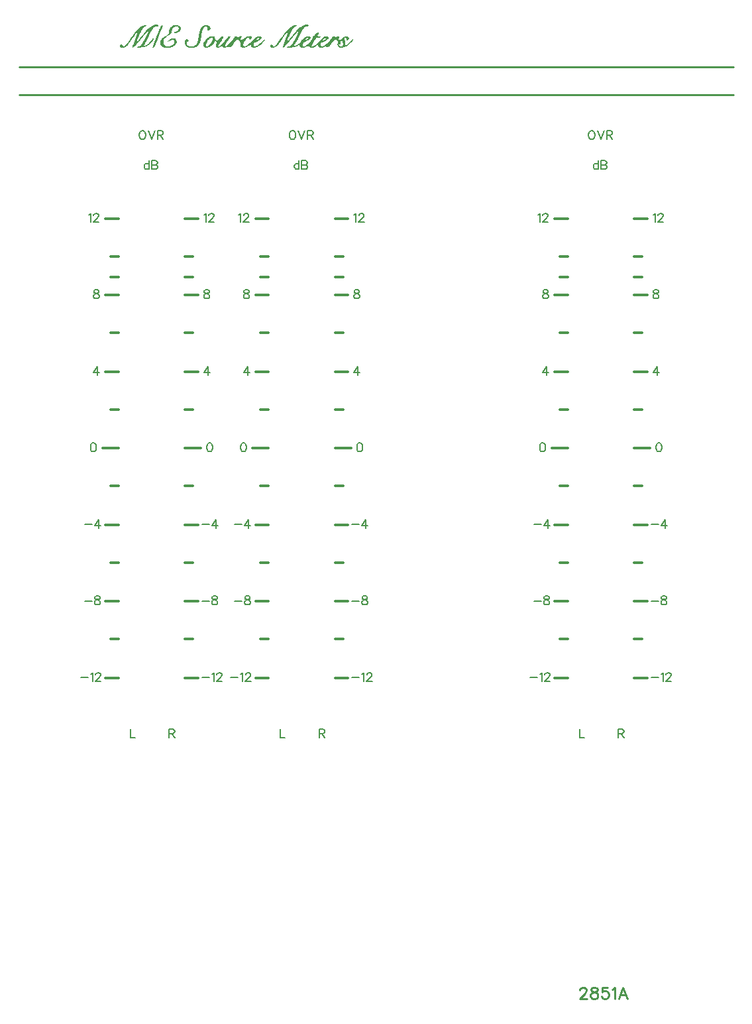
<source format=gto>
G04 Layer: TopSilkscreenLayer*
G04 EasyEDA v6.5.29, 2023-07-16 15:11:24*
G04 2c12c0e84ba74d3092461a17c469f48c,5a6b42c53f6a479593ecc07194224c93,10*
G04 Gerber Generator version 0.2*
G04 Scale: 100 percent, Rotated: No, Reflected: No *
G04 Dimensions in millimeters *
G04 leading zeros omitted , absolute positions ,4 integer and 5 decimal *
%FSLAX45Y45*%
%MOMM*%

%ADD10C,0.2540*%
%ADD11C,0.1524*%
%ADD12C,0.3000*%

%LPD*%
G36*
X1760067Y12718745D02*
G01*
X1754682Y12718542D01*
X1748688Y12717830D01*
X1742135Y12716611D01*
X1734972Y12714884D01*
X1722780Y12711277D01*
X1713992Y12708026D01*
X1705203Y12704114D01*
X1696466Y12699593D01*
X1687626Y12694412D01*
X1678787Y12688570D01*
X1669796Y12681966D01*
X1660753Y12674650D01*
X1651507Y12666573D01*
X1642110Y12657683D01*
X1632508Y12647980D01*
X1622653Y12637465D01*
X1612544Y12626035D01*
X1602130Y12613741D01*
X1591360Y12600533D01*
X1545336Y12540792D01*
X1526590Y12517120D01*
X1514398Y12502388D01*
X1510741Y12498730D01*
X1510538Y12499340D01*
X1511350Y12503861D01*
X1513636Y12512294D01*
X1521917Y12538303D01*
X1527505Y12554712D01*
X1533347Y12571018D01*
X1539189Y12586055D01*
X1545285Y12600838D01*
X1551635Y12615164D01*
X1558086Y12628778D01*
X1564487Y12641427D01*
X1570736Y12652959D01*
X1576730Y12663119D01*
X1582318Y12671704D01*
X1587347Y12678460D01*
X1591818Y12683236D01*
X1593748Y12684760D01*
X1595526Y12685725D01*
X1597050Y12686030D01*
X1600352Y12687198D01*
X1605686Y12690195D01*
X1612239Y12694666D01*
X1619402Y12700152D01*
X1628292Y12707772D01*
X1629968Y12710058D01*
X1629664Y12711328D01*
X1627225Y12711785D01*
X1622501Y12711480D01*
X1605686Y12708890D01*
X1597101Y12707112D01*
X1588668Y12704775D01*
X1580286Y12701879D01*
X1572006Y12698323D01*
X1563776Y12694107D01*
X1555546Y12689179D01*
X1547266Y12683540D01*
X1538935Y12677190D01*
X1530553Y12670078D01*
X1522018Y12662154D01*
X1513332Y12653365D01*
X1504442Y12643764D01*
X1495399Y12633299D01*
X1486052Y12621920D01*
X1476451Y12609576D01*
X1466596Y12596317D01*
X1456334Y12582042D01*
X1437182Y12554305D01*
X1415643Y12524028D01*
X1399082Y12501626D01*
X1384096Y12482068D01*
X1371447Y12466472D01*
X1361948Y12455906D01*
X1352804Y12447473D01*
X1346911Y12442494D01*
X1342288Y12439294D01*
X1338630Y12437821D01*
X1335582Y12437922D01*
X1332941Y12439650D01*
X1330350Y12442850D01*
X1324406Y12452299D01*
X1320901Y12456160D01*
X1317193Y12459106D01*
X1313383Y12461138D01*
X1309522Y12462306D01*
X1305864Y12462560D01*
X1302410Y12461951D01*
X1299311Y12460478D01*
X1296670Y12458090D01*
X1294688Y12454839D01*
X1293368Y12450775D01*
X1292910Y12445796D01*
X1293215Y12441478D01*
X1294130Y12437567D01*
X1295501Y12434112D01*
X1297432Y12431064D01*
X1299819Y12428423D01*
X1302664Y12426238D01*
X1305864Y12424511D01*
X1309471Y12423140D01*
X1313383Y12422225D01*
X1317599Y12421666D01*
X1322070Y12421565D01*
X1326743Y12421870D01*
X1331620Y12422530D01*
X1336700Y12423597D01*
X1341831Y12425070D01*
X1347063Y12426950D01*
X1352346Y12429185D01*
X1357680Y12431826D01*
X1362964Y12434824D01*
X1368196Y12438227D01*
X1373327Y12441986D01*
X1378305Y12446101D01*
X1383182Y12450572D01*
X1389532Y12457379D01*
X1399184Y12469672D01*
X1412341Y12487706D01*
X1427886Y12509855D01*
X1444599Y12534493D01*
X1472895Y12577013D01*
X1492808Y12605359D01*
X1501749Y12617500D01*
X1509674Y12627711D01*
X1516227Y12635738D01*
X1521256Y12641173D01*
X1523085Y12642799D01*
X1530756Y12648641D01*
X1534007Y12650419D01*
X1532991Y12648082D01*
X1526946Y12639751D01*
X1524000Y12634112D01*
X1520291Y12625933D01*
X1511300Y12603530D01*
X1501140Y12575387D01*
X1485747Y12528702D01*
X1475232Y12498628D01*
X1465732Y12473025D01*
X1461719Y12462967D01*
X1452829Y12442748D01*
X1450543Y12434112D01*
X1450289Y12427508D01*
X1452168Y12423800D01*
X1453184Y12423495D01*
X1454404Y12423495D01*
X1457553Y12424460D01*
X1461617Y12426797D01*
X1466596Y12430353D01*
X1472387Y12435078D01*
X1478940Y12440970D01*
X1486255Y12447981D01*
X1502816Y12464999D01*
X1521714Y12485776D01*
X1542542Y12509855D01*
X1564894Y12536881D01*
X1588363Y12566294D01*
X1612646Y12597587D01*
X1634693Y12625222D01*
X1651812Y12645694D01*
X1657908Y12652451D01*
X1662023Y12656515D01*
X1663242Y12657429D01*
X1663852Y12657531D01*
X1663903Y12656769D01*
X1662887Y12652806D01*
X1660347Y12645898D01*
X1651406Y12624409D01*
X1638300Y12595199D01*
X1621891Y12560503D01*
X1613001Y12542672D01*
X1604365Y12526213D01*
X1596034Y12511176D01*
X1587906Y12497511D01*
X1580083Y12485268D01*
X1572514Y12474346D01*
X1565148Y12464846D01*
X1558086Y12456718D01*
X1551279Y12449962D01*
X1544675Y12444526D01*
X1541475Y12442342D01*
X1535226Y12438989D01*
X1532178Y12437821D01*
X1529181Y12436957D01*
X1526286Y12436449D01*
X1517142Y12435586D01*
X1512011Y12433655D01*
X1508506Y12430760D01*
X1507236Y12427254D01*
X1507693Y12425832D01*
X1509014Y12424613D01*
X1511249Y12423648D01*
X1514246Y12422936D01*
X1518107Y12422479D01*
X1528064Y12422276D01*
X1540916Y12423038D01*
X1556410Y12424714D01*
X1574393Y12427305D01*
X1605483Y12432944D01*
X1610106Y12434062D01*
X1614932Y12435586D01*
X1619961Y12437465D01*
X1630222Y12442190D01*
X1640839Y12448133D01*
X1651558Y12455042D01*
X1662125Y12462713D01*
X1672386Y12470993D01*
X1682191Y12479680D01*
X1691233Y12488519D01*
X1699412Y12497409D01*
X1706473Y12506096D01*
X1712264Y12514376D01*
X1714601Y12518339D01*
X1716532Y12522098D01*
X1718005Y12525705D01*
X1719072Y12529058D01*
X1719630Y12532156D01*
X1719732Y12535052D01*
X1719275Y12537592D01*
X1718310Y12539827D01*
X1716735Y12541758D01*
X1713839Y12543180D01*
X1710893Y12542672D01*
X1708200Y12540335D01*
X1706067Y12536322D01*
X1704238Y12532055D01*
X1701698Y12527330D01*
X1698498Y12522250D01*
X1690522Y12511328D01*
X1680768Y12499898D01*
X1675485Y12494158D01*
X1664309Y12483033D01*
X1652879Y12472974D01*
X1641805Y12464491D01*
X1636572Y12461087D01*
X1631645Y12458293D01*
X1622806Y12453924D01*
X1615084Y12450521D01*
X1608429Y12447981D01*
X1602892Y12446406D01*
X1598523Y12445695D01*
X1595374Y12445898D01*
X1593443Y12446965D01*
X1592732Y12448946D01*
X1593342Y12451740D01*
X1595323Y12455398D01*
X1598625Y12459919D01*
X1605432Y12467742D01*
X1610512Y12474803D01*
X1616659Y12484404D01*
X1623568Y12496088D01*
X1631035Y12509550D01*
X1638858Y12524282D01*
X1646783Y12539929D01*
X1654606Y12556083D01*
X1673352Y12596215D01*
X1682292Y12614452D01*
X1690420Y12630404D01*
X1697989Y12644221D01*
X1705000Y12656058D01*
X1711553Y12666014D01*
X1717852Y12674193D01*
X1723948Y12680848D01*
X1726946Y12683591D01*
X1732940Y12688062D01*
X1735937Y12689840D01*
X1742084Y12692532D01*
X1745234Y12693497D01*
X1751736Y12694666D01*
X1769973Y12695732D01*
X1777695Y12697866D01*
X1781708Y12701371D01*
X1781810Y12706197D01*
X1780387Y12709499D01*
X1778355Y12712293D01*
X1775815Y12714579D01*
X1772716Y12716357D01*
X1769059Y12717678D01*
X1764842Y12718440D01*
G37*
G36*
X3679850Y12718745D02*
G01*
X3674465Y12718542D01*
X3668522Y12717830D01*
X3661968Y12716611D01*
X3654755Y12714884D01*
X3642563Y12711277D01*
X3633774Y12708026D01*
X3625037Y12704114D01*
X3616248Y12699593D01*
X3607460Y12694412D01*
X3598570Y12688570D01*
X3589629Y12681966D01*
X3580536Y12674650D01*
X3571290Y12666573D01*
X3561892Y12657683D01*
X3552291Y12647980D01*
X3542436Y12637465D01*
X3532327Y12626035D01*
X3521913Y12613741D01*
X3511194Y12600533D01*
X3500069Y12586360D01*
X3476244Y12555169D01*
X3455111Y12527991D01*
X3439363Y12508484D01*
X3434181Y12502388D01*
X3430524Y12498730D01*
X3429965Y12499238D01*
X3429863Y12500660D01*
X3430117Y12502997D01*
X3431743Y12510008D01*
X3434689Y12519761D01*
X3443630Y12545364D01*
X3455314Y12575692D01*
X3468115Y12606578D01*
X3474415Y12620955D01*
X3480358Y12633909D01*
X3485794Y12644882D01*
X3490468Y12653416D01*
X3492449Y12656616D01*
X3496767Y12662560D01*
X3501644Y12668504D01*
X3506978Y12674346D01*
X3512565Y12679883D01*
X3518204Y12684912D01*
X3523792Y12689332D01*
X3529126Y12692989D01*
X3534003Y12695732D01*
X3539185Y12698323D01*
X3543147Y12700762D01*
X3545992Y12702997D01*
X3547719Y12704927D01*
X3548430Y12706654D01*
X3548126Y12708128D01*
X3546906Y12709296D01*
X3544824Y12710160D01*
X3541979Y12710718D01*
X3538321Y12710922D01*
X3534003Y12710769D01*
X3529076Y12710312D01*
X3523538Y12709398D01*
X3517493Y12708128D01*
X3510940Y12706451D01*
X3500577Y12703098D01*
X3493566Y12700254D01*
X3486556Y12696748D01*
X3479444Y12692684D01*
X3472230Y12687960D01*
X3464864Y12682575D01*
X3457397Y12676530D01*
X3449777Y12669824D01*
X3441954Y12662408D01*
X3433978Y12654280D01*
X3425799Y12645390D01*
X3417417Y12635788D01*
X3408781Y12625425D01*
X3399891Y12614249D01*
X3390747Y12602311D01*
X3371646Y12575895D01*
X3352139Y12547498D01*
X3334258Y12522098D01*
X3316630Y12498222D01*
X3300577Y12477546D01*
X3293567Y12468961D01*
X3287369Y12461798D01*
X3282238Y12456261D01*
X3272688Y12447422D01*
X3266795Y12442494D01*
X3262122Y12439294D01*
X3258413Y12437821D01*
X3255416Y12437922D01*
X3252724Y12439650D01*
X3250133Y12442850D01*
X3244189Y12452299D01*
X3240735Y12456160D01*
X3236976Y12459106D01*
X3233166Y12461138D01*
X3229356Y12462306D01*
X3225647Y12462560D01*
X3222193Y12461951D01*
X3219094Y12460478D01*
X3216503Y12458090D01*
X3214471Y12454839D01*
X3213201Y12450775D01*
X3212744Y12445796D01*
X3213049Y12441478D01*
X3213912Y12437567D01*
X3215335Y12434112D01*
X3217265Y12431064D01*
X3219653Y12428423D01*
X3222447Y12426238D01*
X3225698Y12424511D01*
X3229254Y12423140D01*
X3233166Y12422225D01*
X3237382Y12421666D01*
X3241852Y12421565D01*
X3246577Y12421870D01*
X3251453Y12422530D01*
X3256483Y12423597D01*
X3261664Y12425070D01*
X3266897Y12426950D01*
X3272180Y12429185D01*
X3277463Y12431826D01*
X3282746Y12434824D01*
X3287979Y12438227D01*
X3293110Y12441986D01*
X3298139Y12446101D01*
X3302965Y12450572D01*
X3309365Y12457379D01*
X3318967Y12469672D01*
X3332124Y12487706D01*
X3347669Y12509855D01*
X3364433Y12534493D01*
X3392678Y12577013D01*
X3412591Y12605359D01*
X3421532Y12617500D01*
X3429457Y12627711D01*
X3436061Y12635738D01*
X3441039Y12641173D01*
X3442868Y12642799D01*
X3450590Y12648641D01*
X3453790Y12650419D01*
X3452825Y12648082D01*
X3446779Y12639751D01*
X3443782Y12634112D01*
X3440074Y12625933D01*
X3431082Y12603530D01*
X3420973Y12575387D01*
X3408172Y12536576D01*
X3397605Y12505842D01*
X3387750Y12478816D01*
X3379724Y12458801D01*
X3372662Y12442748D01*
X3370376Y12434112D01*
X3370072Y12427508D01*
X3372002Y12423800D01*
X3372967Y12423495D01*
X3374186Y12423495D01*
X3375660Y12423800D01*
X3379266Y12425476D01*
X3383787Y12428423D01*
X3389172Y12432588D01*
X3395370Y12437922D01*
X3402329Y12444374D01*
X3418230Y12460376D01*
X3436620Y12480290D01*
X3456990Y12503556D01*
X3478987Y12529870D01*
X3502202Y12558725D01*
X3526383Y12589814D01*
X3549345Y12618872D01*
X3567887Y12641376D01*
X3574897Y12649403D01*
X3580028Y12654838D01*
X3583025Y12657429D01*
X3583635Y12657531D01*
X3583736Y12656769D01*
X3582670Y12652806D01*
X3580129Y12645898D01*
X3571189Y12624409D01*
X3558082Y12595199D01*
X3541725Y12560503D01*
X3532784Y12542672D01*
X3524199Y12526213D01*
X3515817Y12511176D01*
X3507740Y12497511D01*
X3499865Y12485268D01*
X3492296Y12474346D01*
X3484981Y12464846D01*
X3477869Y12456718D01*
X3471062Y12449962D01*
X3464458Y12444526D01*
X3461258Y12442342D01*
X3455009Y12438989D01*
X3451961Y12437821D01*
X3449015Y12436957D01*
X3446068Y12436449D01*
X3436924Y12435636D01*
X3431794Y12433808D01*
X3428339Y12431115D01*
X3427018Y12427813D01*
X3427476Y12426289D01*
X3428796Y12425070D01*
X3430930Y12424105D01*
X3433826Y12423343D01*
X3437331Y12422784D01*
X3446272Y12422378D01*
X3457194Y12422784D01*
X3469640Y12423952D01*
X3483152Y12425781D01*
X3497173Y12428220D01*
X3511296Y12431166D01*
X3525012Y12434671D01*
X3537813Y12438532D01*
X3549243Y12442799D01*
X3563213Y12449098D01*
X3570528Y12452096D01*
X3576320Y12454077D01*
X3580790Y12455042D01*
X3584041Y12454991D01*
X3586175Y12453924D01*
X3587394Y12451892D01*
X3588156Y12444374D01*
X3589375Y12440259D01*
X3591306Y12436602D01*
X3593896Y12433350D01*
X3597198Y12430556D01*
X3601110Y12428220D01*
X3605580Y12426340D01*
X3610559Y12424918D01*
X3616045Y12423952D01*
X3621989Y12423546D01*
X3628339Y12423597D01*
X3635044Y12424156D01*
X3642055Y12425222D01*
X3649319Y12426848D01*
X3656837Y12429032D01*
X3676548Y12436195D01*
X3686149Y12439396D01*
X3693718Y12441326D01*
X3699764Y12442037D01*
X3704691Y12441529D01*
X3709060Y12439751D01*
X3713276Y12436754D01*
X3722471Y12428169D01*
X3726992Y12424714D01*
X3731412Y12422073D01*
X3735933Y12420346D01*
X3740607Y12419533D01*
X3745534Y12419634D01*
X3750818Y12420650D01*
X3756660Y12422632D01*
X3763060Y12425578D01*
X3770172Y12429490D01*
X3778148Y12434316D01*
X3797147Y12447016D01*
X3804970Y12451943D01*
X3810914Y12455042D01*
X3815232Y12456414D01*
X3818382Y12456007D01*
X3820718Y12453975D01*
X3822598Y12450368D01*
X3826103Y12440818D01*
X3828186Y12436957D01*
X3830675Y12433503D01*
X3833571Y12430556D01*
X3836822Y12428016D01*
X3840530Y12425984D01*
X3844544Y12424359D01*
X3848912Y12423241D01*
X3853637Y12422581D01*
X3858666Y12422327D01*
X3864051Y12422581D01*
X3869690Y12423343D01*
X3875684Y12424511D01*
X3881932Y12426188D01*
X3888435Y12428372D01*
X3901592Y12433503D01*
X3907586Y12435484D01*
X3912971Y12436957D01*
X3917696Y12437922D01*
X3921607Y12438278D01*
X3924554Y12438075D01*
X3926433Y12437262D01*
X3927094Y12435840D01*
X3927500Y12432436D01*
X3928668Y12429845D01*
X3930497Y12427966D01*
X3932936Y12426797D01*
X3935882Y12426289D01*
X3939235Y12426442D01*
X3942994Y12427153D01*
X3947007Y12428524D01*
X3951173Y12430404D01*
X3955491Y12432792D01*
X3959860Y12435687D01*
X3964178Y12439040D01*
X3968343Y12442850D01*
X3972306Y12447016D01*
X3975963Y12451537D01*
X3988257Y12469520D01*
X3995521Y12479070D01*
X4003344Y12488672D01*
X4011269Y12497765D01*
X4018889Y12505893D01*
X4047642Y12533426D01*
X4066997Y12511735D01*
X4073855Y12502845D01*
X4078224Y12494869D01*
X4079798Y12488570D01*
X4078122Y12484912D01*
X4074668Y12482068D01*
X4072128Y12478512D01*
X4070553Y12474397D01*
X4069842Y12469774D01*
X4070045Y12464846D01*
X4070792Y12460833D01*
X4088688Y12460833D01*
X4091787Y12462662D01*
X4100322Y12463068D01*
X4107992Y12464135D01*
X4112310Y12467742D01*
X4113682Y12474498D01*
X4111751Y12490602D01*
X4111802Y12495631D01*
X4112463Y12500102D01*
X4113733Y12503962D01*
X4115460Y12507163D01*
X4117594Y12509550D01*
X4120083Y12511125D01*
X4122826Y12511836D01*
X4125671Y12511532D01*
X4128668Y12510160D01*
X4131665Y12507722D01*
X4134561Y12504115D01*
X4137101Y12498324D01*
X4139234Y12489891D01*
X4140657Y12479883D01*
X4141266Y12469469D01*
X4140809Y12462357D01*
X4139539Y12456007D01*
X4137507Y12450622D01*
X4134764Y12446101D01*
X4131462Y12442545D01*
X4127601Y12440056D01*
X4123334Y12438583D01*
X4118711Y12438176D01*
X4113834Y12438938D01*
X4108805Y12440869D01*
X4103725Y12444018D01*
X4098594Y12448489D01*
X4091025Y12456464D01*
X4088688Y12460833D01*
X4070792Y12460833D01*
X4071010Y12459665D01*
X4072839Y12454382D01*
X4075379Y12449149D01*
X4078681Y12444018D01*
X4082694Y12439192D01*
X4087368Y12434722D01*
X4092651Y12430760D01*
X4101693Y12425324D01*
X4105808Y12423394D01*
X4109821Y12421920D01*
X4113834Y12420955D01*
X4118000Y12420447D01*
X4122420Y12420447D01*
X4127246Y12420854D01*
X4132579Y12421768D01*
X4138574Y12423089D01*
X4152950Y12427102D01*
X4157268Y12428575D01*
X4167022Y12433046D01*
X4172356Y12435890D01*
X4183634Y12442748D01*
X4195521Y12450826D01*
X4207713Y12459817D01*
X4219752Y12469418D01*
X4231436Y12479375D01*
X4242257Y12489281D01*
X4252010Y12498933D01*
X4260291Y12507925D01*
X4266793Y12516053D01*
X4269232Y12519710D01*
X4271060Y12522962D01*
X4272330Y12525857D01*
X4272889Y12528346D01*
X4272737Y12530429D01*
X4271873Y12531953D01*
X4269943Y12532461D01*
X4266844Y12531496D01*
X4262729Y12529210D01*
X4257751Y12525705D01*
X4252061Y12521133D01*
X4245864Y12515545D01*
X4239310Y12509093D01*
X4211980Y12479934D01*
X4201261Y12469114D01*
X4192574Y12461189D01*
X4188968Y12458344D01*
X4185767Y12456160D01*
X4183024Y12454686D01*
X4180636Y12453874D01*
X4178554Y12453772D01*
X4176826Y12454280D01*
X4175404Y12455398D01*
X4174236Y12457176D01*
X4173321Y12459563D01*
X4172610Y12462560D01*
X4171645Y12470282D01*
X4170984Y12481153D01*
X4169562Y12494920D01*
X4167479Y12509195D01*
X4164939Y12522250D01*
X4161129Y12539726D01*
X4161434Y12547244D01*
X4164837Y12551156D01*
X4171594Y12552273D01*
X4177436Y12550952D01*
X4182008Y12547295D01*
X4184954Y12541656D01*
X4186021Y12534442D01*
X4186529Y12527381D01*
X4188053Y12522200D01*
X4190441Y12518847D01*
X4193641Y12517323D01*
X4197553Y12517628D01*
X4202125Y12519863D01*
X4207256Y12523978D01*
X4212844Y12529972D01*
X4217822Y12537186D01*
X4219448Y12543383D01*
X4217822Y12549581D01*
X4212844Y12556744D01*
X4209135Y12560554D01*
X4205071Y12563754D01*
X4200652Y12566243D01*
X4195927Y12568123D01*
X4190898Y12569342D01*
X4185665Y12569952D01*
X4180230Y12569952D01*
X4174591Y12569342D01*
X4168901Y12568123D01*
X4163110Y12566243D01*
X4157268Y12563856D01*
X4151426Y12560808D01*
X4145686Y12557201D01*
X4139996Y12553035D01*
X4134459Y12548311D01*
X4124045Y12537795D01*
X4114698Y12529362D01*
X4110431Y12526060D01*
X4106468Y12523419D01*
X4102811Y12521336D01*
X4099509Y12519914D01*
X4096562Y12519050D01*
X4093921Y12518796D01*
X4091686Y12519152D01*
X4089806Y12520117D01*
X4088333Y12521641D01*
X4087266Y12523774D01*
X4086656Y12526467D01*
X4086453Y12529718D01*
X4086707Y12533528D01*
X4087418Y12537948D01*
X4088637Y12542926D01*
X4090365Y12548463D01*
X4092549Y12554508D01*
X4093870Y12559284D01*
X4093819Y12563195D01*
X4092549Y12566243D01*
X4090212Y12568478D01*
X4087012Y12569799D01*
X4082948Y12570256D01*
X4078274Y12569901D01*
X4073093Y12568682D01*
X4067556Y12566548D01*
X4061815Y12563551D01*
X4055973Y12559741D01*
X4050182Y12555016D01*
X4041089Y12547041D01*
X4036771Y12544348D01*
X4036466Y12547041D01*
X4039260Y12555016D01*
X4040632Y12559538D01*
X4040987Y12563297D01*
X4040479Y12566243D01*
X4039158Y12568428D01*
X4037126Y12569952D01*
X4034485Y12570714D01*
X4031335Y12570764D01*
X4027728Y12570206D01*
X4023868Y12568986D01*
X4019804Y12567158D01*
X4015587Y12564770D01*
X4011371Y12561773D01*
X4007205Y12558268D01*
X4003243Y12554254D01*
X3999585Y12549682D01*
X3992981Y12539319D01*
X3985615Y12528600D01*
X3977335Y12517932D01*
X3968394Y12507468D01*
X3958894Y12497257D01*
X3948988Y12487554D01*
X3938828Y12478410D01*
X3928618Y12469926D01*
X3918559Y12462306D01*
X3908704Y12455601D01*
X3899306Y12449962D01*
X3890518Y12445492D01*
X3882491Y12442342D01*
X3878783Y12441326D01*
X3875379Y12440666D01*
X3872229Y12440361D01*
X3869334Y12440513D01*
X3866794Y12441072D01*
X3864559Y12442088D01*
X3862730Y12443510D01*
X3859580Y12448133D01*
X3857447Y12454280D01*
X3856532Y12461087D01*
X3857040Y12467844D01*
X3857853Y12471603D01*
X3858818Y12474905D01*
X3860190Y12477902D01*
X3862120Y12480696D01*
X3864813Y12483490D01*
X3868521Y12486436D01*
X3873398Y12489586D01*
X3879646Y12493193D01*
X3897172Y12502184D01*
X3929176Y12517882D01*
X3935120Y12521336D01*
X3940403Y12524790D01*
X3945026Y12528245D01*
X3949039Y12531699D01*
X3952341Y12535154D01*
X3955034Y12538557D01*
X3957065Y12541910D01*
X3958437Y12545110D01*
X3959148Y12548260D01*
X3959148Y12551257D01*
X3958539Y12554102D01*
X3957218Y12556744D01*
X3955237Y12559182D01*
X3952595Y12561417D01*
X3949242Y12563398D01*
X3945229Y12565126D01*
X3940556Y12566548D01*
X3935171Y12567666D01*
X3929126Y12568478D01*
X3920134Y12568936D01*
X3916070Y12568732D01*
X3912108Y12568224D01*
X3908196Y12567310D01*
X3904335Y12565989D01*
X3900373Y12564160D01*
X3896309Y12561824D01*
X3891991Y12558979D01*
X3882491Y12551359D01*
X3871264Y12540945D01*
X3857751Y12527432D01*
X3836276Y12505385D01*
X3869029Y12505385D01*
X3890670Y12528854D01*
X3898646Y12537033D01*
X3905808Y12543485D01*
X3912006Y12548158D01*
X3917289Y12550952D01*
X3921455Y12551968D01*
X3924554Y12551105D01*
X3926433Y12548311D01*
X3927094Y12543586D01*
X3926484Y12541554D01*
X3924808Y12539065D01*
X3922115Y12536220D01*
X3918559Y12533122D01*
X3914241Y12529870D01*
X3909314Y12526568D01*
X3903878Y12523266D01*
X3869029Y12505385D01*
X3836276Y12505385D01*
X3815334Y12484912D01*
X3805072Y12475464D01*
X3795522Y12467031D01*
X3786733Y12459614D01*
X3778605Y12453213D01*
X3771239Y12447879D01*
X3764635Y12443561D01*
X3758793Y12440259D01*
X3753764Y12438024D01*
X3749548Y12436805D01*
X3747719Y12436602D01*
X3744772Y12437008D01*
X3743553Y12437567D01*
X3742639Y12438430D01*
X3741877Y12439548D01*
X3741369Y12440920D01*
X3741064Y12442545D01*
X3741165Y12446609D01*
X3742131Y12451740D01*
X3744061Y12457938D01*
X3746957Y12465202D01*
X3750767Y12473533D01*
X3755593Y12482931D01*
X3761384Y12493447D01*
X3768242Y12505029D01*
X3779520Y12522962D01*
X3784346Y12529972D01*
X3788765Y12535814D01*
X3792982Y12540538D01*
X3797046Y12544298D01*
X3801110Y12547142D01*
X3805326Y12549276D01*
X3809847Y12550749D01*
X3814724Y12551664D01*
X3820160Y12552172D01*
X3826256Y12552273D01*
X3837686Y12552984D01*
X3847033Y12554915D01*
X3853332Y12557760D01*
X3855669Y12561214D01*
X3853891Y12564668D01*
X3849014Y12567513D01*
X3841851Y12569444D01*
X3833114Y12570104D01*
X3825900Y12570206D01*
X3820617Y12570561D01*
X3817213Y12571425D01*
X3815587Y12573101D01*
X3815638Y12575794D01*
X3817315Y12579756D01*
X3820566Y12585242D01*
X3829812Y12599517D01*
X3833012Y12604902D01*
X3834790Y12608864D01*
X3835146Y12611608D01*
X3833977Y12613284D01*
X3831285Y12614249D01*
X3827018Y12614656D01*
X3821176Y12614757D01*
X3817112Y12614300D01*
X3812743Y12612979D01*
X3808222Y12610896D01*
X3803650Y12608204D01*
X3799230Y12604902D01*
X3795014Y12601092D01*
X3791153Y12596926D01*
X3781145Y12583769D01*
X3773627Y12576657D01*
X3766210Y12571882D01*
X3759911Y12570104D01*
X3754831Y12569190D01*
X3751630Y12566599D01*
X3750462Y12562535D01*
X3752189Y12554559D01*
X3752240Y12551359D01*
X3751783Y12547854D01*
X3750767Y12543942D01*
X3749243Y12539827D01*
X3747262Y12535408D01*
X3744874Y12530785D01*
X3738879Y12520930D01*
X3731514Y12510668D01*
X3723030Y12500102D01*
X3713683Y12489637D01*
X3703828Y12479426D01*
X3693566Y12469774D01*
X3683254Y12460986D01*
X3673144Y12453264D01*
X3663492Y12446914D01*
X3658920Y12444374D01*
X3654551Y12442240D01*
X3650386Y12440564D01*
X3646525Y12439396D01*
X3642969Y12438786D01*
X3639718Y12438735D01*
X3636873Y12439294D01*
X3633774Y12441123D01*
X3631336Y12444120D01*
X3629609Y12448133D01*
X3628542Y12452858D01*
X3628085Y12458090D01*
X3628288Y12463627D01*
X3629101Y12469266D01*
X3630422Y12474702D01*
X3632352Y12479782D01*
X3634841Y12484201D01*
X3637838Y12487859D01*
X3641344Y12490399D01*
X3661308Y12500356D01*
X3690467Y12514529D01*
X3697782Y12518390D01*
X3704336Y12522352D01*
X3710076Y12526518D01*
X3715004Y12530683D01*
X3719118Y12534900D01*
X3722319Y12539116D01*
X3724706Y12543231D01*
X3726179Y12547244D01*
X3726789Y12551054D01*
X3726484Y12554610D01*
X3725265Y12557963D01*
X3723081Y12560960D01*
X3719982Y12563551D01*
X3715918Y12565735D01*
X3710940Y12567462D01*
X3704894Y12568682D01*
X3700322Y12569088D01*
X3695547Y12569037D01*
X3690569Y12568580D01*
X3685540Y12567716D01*
X3680307Y12566446D01*
X3675075Y12564821D01*
X3669741Y12562840D01*
X3659022Y12557810D01*
X3653688Y12554813D01*
X3648405Y12551511D01*
X3643172Y12547904D01*
X3638042Y12544044D01*
X3628237Y12535611D01*
X3623564Y12531039D01*
X3619093Y12526264D01*
X3614877Y12521285D01*
X3610914Y12516104D01*
X3603387Y12505385D01*
X3636873Y12505385D01*
X3658514Y12528854D01*
X3666490Y12537033D01*
X3673652Y12543485D01*
X3679850Y12548158D01*
X3685082Y12550952D01*
X3689299Y12551968D01*
X3692398Y12551105D01*
X3694277Y12548311D01*
X3694937Y12543586D01*
X3694328Y12541554D01*
X3692651Y12539065D01*
X3689959Y12536220D01*
X3686403Y12533122D01*
X3682085Y12529870D01*
X3677158Y12526568D01*
X3671722Y12523266D01*
X3636873Y12505385D01*
X3603387Y12505385D01*
X3600450Y12501524D01*
X3592322Y12492228D01*
X3583178Y12483134D01*
X3573424Y12474498D01*
X3563264Y12466574D01*
X3553053Y12459512D01*
X3548024Y12456414D01*
X3538321Y12451232D01*
X3533749Y12449149D01*
X3529431Y12447473D01*
X3525316Y12446254D01*
X3521557Y12445542D01*
X3518103Y12445238D01*
X3515868Y12445746D01*
X3514648Y12447168D01*
X3514496Y12449556D01*
X3515309Y12452807D01*
X3517137Y12456972D01*
X3519982Y12461900D01*
X3523792Y12467691D01*
X3530955Y12477546D01*
X3536492Y12485979D01*
X3542842Y12496444D01*
X3549802Y12508585D01*
X3564534Y12536170D01*
X3575456Y12558166D01*
X3599992Y12610642D01*
X3607917Y12626390D01*
X3615232Y12640157D01*
X3622141Y12652146D01*
X3628644Y12662357D01*
X3634943Y12670942D01*
X3640988Y12678003D01*
X3646932Y12683693D01*
X3652926Y12688062D01*
X3658920Y12691262D01*
X3665118Y12693446D01*
X3671620Y12694666D01*
X3689807Y12695732D01*
X3697528Y12697866D01*
X3701491Y12701371D01*
X3701643Y12706197D01*
X3700170Y12709499D01*
X3698189Y12712293D01*
X3695649Y12714579D01*
X3692550Y12716357D01*
X3688892Y12717678D01*
X3684676Y12718440D01*
G37*
G36*
X1826463Y12712852D02*
G01*
X1825548Y12712547D01*
X1823110Y12710007D01*
X1819859Y12705130D01*
X1815795Y12698120D01*
X1811070Y12689027D01*
X1805736Y12678105D01*
X1793595Y12651435D01*
X1779930Y12619329D01*
X1765401Y12583109D01*
X1704898Y12425578D01*
X1704797Y12422378D01*
X1707032Y12420244D01*
X1711147Y12419330D01*
X1716786Y12419838D01*
X1718106Y12420295D01*
X1721205Y12422632D01*
X1724710Y12426696D01*
X1728774Y12432588D01*
X1733296Y12440310D01*
X1738325Y12449911D01*
X1743913Y12461443D01*
X1750060Y12474905D01*
X1756765Y12490297D01*
X1764030Y12507671D01*
X1780336Y12548514D01*
X1808378Y12622123D01*
X1828546Y12677089D01*
X1834692Y12694818D01*
X1837639Y12704978D01*
X1836724Y12708026D01*
X1834337Y12710566D01*
X1830781Y12712242D01*
G37*
G36*
X2005939Y12712852D02*
G01*
X1999335Y12712750D01*
X1993188Y12712344D01*
X1987448Y12711633D01*
X1982114Y12710566D01*
X1977034Y12709194D01*
X1972208Y12707366D01*
X1967534Y12705181D01*
X1962962Y12702489D01*
X1958390Y12699390D01*
X1953768Y12695732D01*
X1948992Y12691516D01*
X1944065Y12686792D01*
X1938274Y12680543D01*
X1933092Y12674092D01*
X1928622Y12667538D01*
X1924862Y12660934D01*
X1921865Y12654381D01*
X1919681Y12647879D01*
X1918309Y12641580D01*
X1917852Y12635484D01*
X1917496Y12624308D01*
X1916988Y12619431D01*
X1916175Y12615011D01*
X1915007Y12610896D01*
X1913483Y12607086D01*
X1911502Y12603429D01*
X1908962Y12599924D01*
X1905863Y12596469D01*
X1902155Y12592964D01*
X1897735Y12589408D01*
X1892604Y12585700D01*
X1879803Y12577470D01*
X1857349Y12564160D01*
X1851660Y12560401D01*
X1846275Y12556540D01*
X1841246Y12552578D01*
X1836521Y12548514D01*
X1832102Y12544348D01*
X1828038Y12540081D01*
X1824329Y12535814D01*
X1820925Y12531445D01*
X1817878Y12526975D01*
X1815185Y12522504D01*
X1812798Y12518034D01*
X1810766Y12513462D01*
X1809089Y12508941D01*
X1807718Y12504369D01*
X1806752Y12499797D01*
X1806092Y12495225D01*
X1805787Y12490653D01*
X1805838Y12486081D01*
X1806244Y12481610D01*
X1807006Y12477140D01*
X1808073Y12472670D01*
X1809546Y12468301D01*
X1811375Y12463983D01*
X1813560Y12459766D01*
X1816100Y12455601D01*
X1818995Y12451537D01*
X1822297Y12447524D01*
X1825904Y12443663D01*
X1829917Y12439904D01*
X1834286Y12436246D01*
X1839061Y12432741D01*
X1843227Y12430048D01*
X1847697Y12427661D01*
X1852371Y12425578D01*
X1857248Y12423749D01*
X1862277Y12422225D01*
X1867509Y12421006D01*
X1872843Y12420041D01*
X1883968Y12418923D01*
X1895449Y12418822D01*
X1907184Y12419685D01*
X1919020Y12421412D01*
X1930755Y12424054D01*
X1936597Y12425629D01*
X1948027Y12429439D01*
X1959051Y12433960D01*
X1969516Y12439142D01*
X1979269Y12444933D01*
X1988210Y12451334D01*
X1992325Y12454686D01*
X1996186Y12458192D01*
X1999742Y12461798D01*
X2002993Y12465507D01*
X2005939Y12469368D01*
X2008581Y12473279D01*
X2010816Y12477242D01*
X2012696Y12481356D01*
X2014220Y12485522D01*
X2015286Y12489738D01*
X2015998Y12494006D01*
X2016201Y12498374D01*
X2015947Y12504064D01*
X2015236Y12509398D01*
X2014016Y12514376D01*
X2012391Y12518999D01*
X2010308Y12523216D01*
X2007870Y12527076D01*
X2005025Y12530582D01*
X2001875Y12533680D01*
X1998370Y12536373D01*
X1994560Y12538659D01*
X1990496Y12540538D01*
X1986178Y12541961D01*
X1981657Y12543028D01*
X1976882Y12543637D01*
X1971954Y12543790D01*
X1966823Y12543485D01*
X1961591Y12542774D01*
X1956257Y12541605D01*
X1950821Y12539929D01*
X1945335Y12537795D01*
X1939798Y12535204D01*
X1934260Y12532156D01*
X1928723Y12528550D01*
X1923186Y12524486D01*
X1916277Y12518847D01*
X1910892Y12513919D01*
X1906930Y12509804D01*
X1904441Y12506502D01*
X1903374Y12504064D01*
X1903730Y12502489D01*
X1905406Y12501829D01*
X1908403Y12502134D01*
X1912721Y12503404D01*
X1918258Y12505639D01*
X1925116Y12508992D01*
X1938832Y12516459D01*
X1944268Y12518948D01*
X1949450Y12520879D01*
X1954377Y12522352D01*
X1959000Y12523317D01*
X1963369Y12523825D01*
X1967382Y12523825D01*
X1971090Y12523470D01*
X1974494Y12522708D01*
X1977593Y12521539D01*
X1980285Y12520015D01*
X1982622Y12518136D01*
X1984603Y12515951D01*
X1986229Y12513462D01*
X1987397Y12510719D01*
X1988210Y12507671D01*
X1988566Y12504470D01*
X1988515Y12500965D01*
X1988057Y12497358D01*
X1987092Y12493498D01*
X1985721Y12489535D01*
X1983841Y12485471D01*
X1981454Y12481255D01*
X1978609Y12476937D01*
X1975205Y12472619D01*
X1971344Y12468199D01*
X1966925Y12463830D01*
X1961946Y12459411D01*
X1957019Y12455499D01*
X1952091Y12451943D01*
X1947062Y12448794D01*
X1942033Y12446000D01*
X1937004Y12443561D01*
X1931974Y12441529D01*
X1926945Y12439802D01*
X1921967Y12438430D01*
X1917039Y12437414D01*
X1912112Y12436754D01*
X1907336Y12436398D01*
X1902561Y12436398D01*
X1897938Y12436703D01*
X1893417Y12437364D01*
X1888998Y12438329D01*
X1884730Y12439599D01*
X1880616Y12441174D01*
X1876704Y12443053D01*
X1872945Y12445187D01*
X1869338Y12447676D01*
X1865985Y12450470D01*
X1862836Y12453518D01*
X1859940Y12456820D01*
X1857248Y12460427D01*
X1854860Y12464288D01*
X1852726Y12468453D01*
X1850898Y12472822D01*
X1849374Y12477496D01*
X1848154Y12482423D01*
X1847291Y12487554D01*
X1846732Y12492990D01*
X1846529Y12498628D01*
X1846935Y12508839D01*
X1847443Y12513564D01*
X1849272Y12522200D01*
X1850643Y12526264D01*
X1852371Y12530124D01*
X1854403Y12533934D01*
X1856841Y12537592D01*
X1859686Y12541199D01*
X1862988Y12544755D01*
X1866747Y12548362D01*
X1871014Y12551968D01*
X1881124Y12559385D01*
X1886966Y12563297D01*
X1900580Y12571526D01*
X1916785Y12580670D01*
X1922932Y12584430D01*
X1928622Y12588697D01*
X1933702Y12593370D01*
X1938223Y12598400D01*
X1942084Y12603683D01*
X1945284Y12609271D01*
X1947672Y12614960D01*
X1949297Y12620802D01*
X1951278Y12629743D01*
X1953412Y12638024D01*
X1955647Y12645644D01*
X1958086Y12652603D01*
X1960727Y12658953D01*
X1963521Y12664744D01*
X1966569Y12669926D01*
X1969770Y12674549D01*
X1973275Y12678613D01*
X1976983Y12682169D01*
X1980996Y12685217D01*
X1985264Y12687757D01*
X1989836Y12689840D01*
X1994712Y12691414D01*
X1999894Y12692634D01*
X2005380Y12693345D01*
X2012238Y12693802D01*
X2018334Y12693751D01*
X2023668Y12693192D01*
X2028240Y12692176D01*
X2032152Y12690602D01*
X2035251Y12688519D01*
X2037638Y12685979D01*
X2039264Y12682931D01*
X2040636Y12677749D01*
X2040940Y12672314D01*
X2040280Y12666675D01*
X2038705Y12661036D01*
X2036318Y12655397D01*
X2033117Y12649962D01*
X2029307Y12644780D01*
X2024837Y12640056D01*
X2019909Y12635788D01*
X2014474Y12632182D01*
X2008682Y12629286D01*
X1995322Y12624866D01*
X1989226Y12621717D01*
X1984451Y12618212D01*
X1981250Y12614605D01*
X1979777Y12611252D01*
X1980285Y12608458D01*
X1982978Y12606528D01*
X1988108Y12605816D01*
X1993849Y12606223D01*
X2000351Y12607493D01*
X2007412Y12609423D01*
X2014778Y12611963D01*
X2022297Y12615011D01*
X2029714Y12618466D01*
X2036825Y12622174D01*
X2043480Y12626136D01*
X2049424Y12630150D01*
X2054453Y12634214D01*
X2058416Y12638125D01*
X2061057Y12641834D01*
X2063953Y12647879D01*
X2066239Y12653721D01*
X2067814Y12659360D01*
X2068779Y12664846D01*
X2069084Y12670078D01*
X2068779Y12675108D01*
X2067864Y12679883D01*
X2066391Y12684404D01*
X2064308Y12688620D01*
X2061616Y12692583D01*
X2058416Y12696240D01*
X2054606Y12699542D01*
X2050288Y12702540D01*
X2045462Y12705181D01*
X2040077Y12707467D01*
X2034235Y12709398D01*
X2027885Y12710871D01*
X2021027Y12711988D01*
X2013712Y12712649D01*
G37*
G36*
X2392426Y12711430D02*
G01*
X2386838Y12711226D01*
X2381199Y12710566D01*
X2375611Y12709601D01*
X2370023Y12708178D01*
X2364587Y12706400D01*
X2359304Y12704216D01*
X2354122Y12701676D01*
X2349195Y12698679D01*
X2344521Y12695326D01*
X2338070Y12689738D01*
X2332228Y12683591D01*
X2329484Y12680289D01*
X2324455Y12673025D01*
X2319883Y12664897D01*
X2315718Y12655804D01*
X2311958Y12645644D01*
X2308606Y12634315D01*
X2305558Y12621666D01*
X2302814Y12607594D01*
X2300274Y12592050D01*
X2297938Y12574879D01*
X2295855Y12557150D01*
X2293721Y12541758D01*
X2291334Y12528194D01*
X2288641Y12516154D01*
X2285441Y12505436D01*
X2283663Y12500457D01*
X2279548Y12491110D01*
X2274722Y12482322D01*
X2269032Y12473787D01*
X2262378Y12465253D01*
X2254605Y12456363D01*
X2250338Y12452146D01*
X2245563Y12448438D01*
X2240432Y12445238D01*
X2234996Y12442545D01*
X2229205Y12440310D01*
X2223211Y12438583D01*
X2217013Y12437414D01*
X2210663Y12436754D01*
X2204212Y12436551D01*
X2197760Y12436906D01*
X2191308Y12437821D01*
X2184908Y12439192D01*
X2178659Y12441174D01*
X2172563Y12443612D01*
X2166670Y12446660D01*
X2161082Y12450165D01*
X2155850Y12454432D01*
X2151380Y12459258D01*
X2147722Y12464389D01*
X2144877Y12469774D01*
X2142896Y12475159D01*
X2141778Y12480340D01*
X2141575Y12485268D01*
X2142236Y12489637D01*
X2143861Y12493396D01*
X2146452Y12496241D01*
X2150059Y12498070D01*
X2158746Y12499289D01*
X2162098Y12500711D01*
X2164638Y12502896D01*
X2166416Y12505740D01*
X2167382Y12508992D01*
X2167636Y12512598D01*
X2167128Y12516307D01*
X2165858Y12520015D01*
X2163826Y12523571D01*
X2161032Y12526822D01*
X2157526Y12529566D01*
X2153310Y12531699D01*
X2148230Y12532868D01*
X2143252Y12532614D01*
X2138426Y12530988D01*
X2133904Y12528245D01*
X2129688Y12524435D01*
X2125980Y12519761D01*
X2122830Y12514326D01*
X2120341Y12508280D01*
X2118614Y12501778D01*
X2117699Y12494971D01*
X2117750Y12487960D01*
X2118817Y12480899D01*
X2120188Y12475870D01*
X2121865Y12470993D01*
X2123846Y12466320D01*
X2126081Y12461849D01*
X2128621Y12457531D01*
X2131415Y12453467D01*
X2134463Y12449606D01*
X2137714Y12445949D01*
X2145030Y12439294D01*
X2148941Y12436297D01*
X2157425Y12431014D01*
X2161946Y12428728D01*
X2166620Y12426696D01*
X2171496Y12424867D01*
X2176475Y12423292D01*
X2181555Y12421971D01*
X2186787Y12420904D01*
X2192121Y12420092D01*
X2203094Y12419279D01*
X2214372Y12419533D01*
X2225903Y12420904D01*
X2231694Y12422022D01*
X2243328Y12425121D01*
X2249170Y12427102D01*
X2255012Y12429388D01*
X2265070Y12434112D01*
X2273096Y12438786D01*
X2280513Y12444120D01*
X2287270Y12450165D01*
X2293518Y12457023D01*
X2299208Y12464796D01*
X2301900Y12469063D01*
X2306878Y12478359D01*
X2311501Y12488722D01*
X2315718Y12500356D01*
X2319629Y12513259D01*
X2323236Y12527534D01*
X2326589Y12543282D01*
X2329789Y12560604D01*
X2336139Y12600025D01*
X2339695Y12618313D01*
X2343505Y12634468D01*
X2347620Y12648488D01*
X2352040Y12660477D01*
X2354376Y12665760D01*
X2356866Y12670536D01*
X2359406Y12674854D01*
X2362047Y12678664D01*
X2364790Y12682067D01*
X2367686Y12684963D01*
X2370632Y12687452D01*
X2373782Y12689535D01*
X2376982Y12691160D01*
X2380335Y12692380D01*
X2383840Y12693192D01*
X2387498Y12693548D01*
X2391257Y12693548D01*
X2395220Y12693192D01*
X2399995Y12692227D01*
X2403856Y12690703D01*
X2406954Y12688620D01*
X2409240Y12685826D01*
X2410866Y12682270D01*
X2411780Y12677851D01*
X2412085Y12672466D01*
X2411628Y12659563D01*
X2411831Y12654127D01*
X2412542Y12649758D01*
X2413660Y12646355D01*
X2415286Y12644018D01*
X2417419Y12642646D01*
X2419959Y12642342D01*
X2423007Y12643002D01*
X2426563Y12644729D01*
X2430576Y12647422D01*
X2435098Y12651181D01*
X2440127Y12655905D01*
X2444242Y12660274D01*
X2447239Y12664135D01*
X2449118Y12667640D01*
X2449880Y12671145D01*
X2449525Y12674803D01*
X2448102Y12678918D01*
X2445562Y12683693D01*
X2441956Y12689382D01*
X2439060Y12693192D01*
X2435758Y12696698D01*
X2432050Y12699796D01*
X2427935Y12702540D01*
X2423566Y12704927D01*
X2418842Y12706959D01*
X2413914Y12708585D01*
X2408783Y12709855D01*
X2403449Y12710769D01*
X2397963Y12711277D01*
G37*
G36*
X2950210Y12570612D02*
G01*
X2941218Y12570053D01*
X2931668Y12568529D01*
X2921762Y12566040D01*
X2911703Y12562535D01*
X2901696Y12558115D01*
X2891993Y12552680D01*
X2882798Y12546279D01*
X2872333Y12537541D01*
X2866542Y12533122D01*
X2861005Y12529362D01*
X2855823Y12526314D01*
X2851099Y12523978D01*
X2846781Y12522301D01*
X2842971Y12521336D01*
X2839669Y12521031D01*
X2836976Y12521387D01*
X2834894Y12522504D01*
X2833471Y12524232D01*
X2832709Y12526670D01*
X2832760Y12529820D01*
X2833522Y12533630D01*
X2835198Y12538151D01*
X2841142Y12550190D01*
X2843987Y12556591D01*
X2845917Y12561824D01*
X2846628Y12565075D01*
X2846019Y12567462D01*
X2844292Y12569088D01*
X2841599Y12570104D01*
X2838094Y12570460D01*
X2833928Y12570256D01*
X2829306Y12569494D01*
X2824327Y12568174D01*
X2819196Y12566396D01*
X2814015Y12564160D01*
X2809036Y12561468D01*
X2804312Y12558420D01*
X2800096Y12555016D01*
X2790952Y12547041D01*
X2786684Y12544348D01*
X2786380Y12547041D01*
X2789174Y12555016D01*
X2790901Y12562128D01*
X2789529Y12566802D01*
X2784703Y12569342D01*
X2776169Y12570104D01*
X2768854Y12569596D01*
X2762859Y12568123D01*
X2758846Y12565989D01*
X2757322Y12563348D01*
X2756916Y12561316D01*
X2755747Y12558522D01*
X2753868Y12555016D01*
X2748127Y12546330D01*
X2740253Y12535763D01*
X2730754Y12523876D01*
X2720035Y12511227D01*
X2708656Y12498324D01*
X2697022Y12485725D01*
X2685643Y12473990D01*
X2675026Y12463678D01*
X2665679Y12455296D01*
X2661564Y12451994D01*
X2657957Y12449403D01*
X2654909Y12447574D01*
X2650286Y12445238D01*
X2642717Y12442139D01*
X2639720Y12441377D01*
X2637332Y12441174D01*
X2635453Y12441478D01*
X2634132Y12442291D01*
X2633319Y12443714D01*
X2633116Y12445695D01*
X2633472Y12448235D01*
X2634386Y12451334D01*
X2635859Y12455042D01*
X2640482Y12464186D01*
X2647391Y12475819D01*
X2656586Y12489942D01*
X2681427Y12525857D01*
X2691333Y12540792D01*
X2697937Y12551968D01*
X2700070Y12556337D01*
X2701442Y12559944D01*
X2702102Y12562890D01*
X2702052Y12565176D01*
X2701239Y12567005D01*
X2699816Y12568275D01*
X2697683Y12569190D01*
X2694990Y12569748D01*
X2691587Y12570053D01*
X2687675Y12570104D01*
X2685034Y12569698D01*
X2681935Y12568377D01*
X2678379Y12566243D01*
X2674416Y12563297D01*
X2670149Y12559639D01*
X2660700Y12550241D01*
X2650337Y12538405D01*
X2644902Y12531648D01*
X2625039Y12504928D01*
X2615539Y12493447D01*
X2605582Y12482423D01*
X2595473Y12472162D01*
X2585516Y12462814D01*
X2575915Y12454686D01*
X2567076Y12447930D01*
X2559151Y12442850D01*
X2555697Y12440970D01*
X2552547Y12439599D01*
X2549753Y12438786D01*
X2547467Y12438481D01*
X2545588Y12438786D01*
X2544165Y12439650D01*
X2543352Y12441224D01*
X2543048Y12443409D01*
X2543403Y12444933D01*
X2546197Y12450876D01*
X2551430Y12460020D01*
X2558643Y12471755D01*
X2567533Y12485471D01*
X2577642Y12500508D01*
X2590749Y12519406D01*
X2602687Y12537389D01*
X2607005Y12544501D01*
X2610307Y12550444D01*
X2612593Y12555372D01*
X2613964Y12559385D01*
X2614422Y12562535D01*
X2613964Y12564973D01*
X2612694Y12566802D01*
X2610662Y12568072D01*
X2607868Y12568936D01*
X2604262Y12569088D01*
X2600045Y12568174D01*
X2595372Y12566294D01*
X2590393Y12563449D01*
X2585212Y12559792D01*
X2579878Y12555321D01*
X2574594Y12550190D01*
X2564079Y12538252D01*
X2558897Y12532918D01*
X2553970Y12528346D01*
X2549296Y12524638D01*
X2544775Y12521742D01*
X2540508Y12519660D01*
X2536444Y12518390D01*
X2532583Y12517882D01*
X2528925Y12518237D01*
X2525420Y12519406D01*
X2522169Y12521336D01*
X2519070Y12524130D01*
X2516225Y12527737D01*
X2513482Y12532106D01*
X2510993Y12537338D01*
X2505710Y12551156D01*
X2502662Y12557353D01*
X2499258Y12562027D01*
X2495194Y12565430D01*
X2490165Y12567767D01*
X2483916Y12569190D01*
X2476093Y12569901D01*
X2466441Y12570104D01*
X2459990Y12569952D01*
X2453944Y12569444D01*
X2448306Y12568529D01*
X2442921Y12567107D01*
X2437638Y12565176D01*
X2432354Y12562586D01*
X2426970Y12559385D01*
X2421382Y12555423D01*
X2415438Y12550698D01*
X2409088Y12545110D01*
X2394508Y12531140D01*
X2383688Y12519609D01*
X2378913Y12513970D01*
X2370582Y12502845D01*
X2367026Y12497409D01*
X2363927Y12492126D01*
X2361234Y12486894D01*
X2358948Y12481814D01*
X2357120Y12476835D01*
X2355697Y12472060D01*
X2354681Y12467386D01*
X2354122Y12462865D01*
X2353970Y12458547D01*
X2354245Y12454737D01*
X2391257Y12454737D01*
X2391511Y12459970D01*
X2392222Y12465354D01*
X2393391Y12470841D01*
X2394915Y12476429D01*
X2396896Y12482068D01*
X2399182Y12487656D01*
X2404719Y12498781D01*
X2411222Y12509550D01*
X2418537Y12519660D01*
X2422398Y12524384D01*
X2430424Y12533020D01*
X2434488Y12536881D01*
X2438552Y12540386D01*
X2442616Y12543485D01*
X2446629Y12546126D01*
X2450541Y12548311D01*
X2454300Y12550038D01*
X2457958Y12551206D01*
X2461412Y12551816D01*
X2464663Y12551816D01*
X2467660Y12551206D01*
X2470404Y12549886D01*
X2472842Y12547904D01*
X2474925Y12545212D01*
X2475738Y12542977D01*
X2475992Y12539980D01*
X2475636Y12536373D01*
X2474823Y12532156D01*
X2473502Y12527432D01*
X2469692Y12516866D01*
X2464460Y12505182D01*
X2458212Y12493142D01*
X2451201Y12481306D01*
X2443835Y12470333D01*
X2440127Y12465354D01*
X2436418Y12460833D01*
X2432812Y12456871D01*
X2429306Y12453518D01*
X2425954Y12450876D01*
X2416556Y12444628D01*
X2408936Y12440259D01*
X2402890Y12437770D01*
X2398318Y12437262D01*
X2394966Y12438684D01*
X2392781Y12442037D01*
X2391613Y12447371D01*
X2391257Y12454737D01*
X2354245Y12454737D01*
X2355037Y12450368D01*
X2356205Y12446558D01*
X2357831Y12443002D01*
X2359863Y12439599D01*
X2362352Y12436449D01*
X2365298Y12433554D01*
X2368651Y12430861D01*
X2372461Y12428423D01*
X2376779Y12426238D01*
X2380589Y12424816D01*
X2384653Y12423800D01*
X2389022Y12423241D01*
X2393594Y12423038D01*
X2398369Y12423292D01*
X2403297Y12423851D01*
X2408377Y12424816D01*
X2413609Y12426137D01*
X2418892Y12427762D01*
X2424226Y12429693D01*
X2429611Y12431928D01*
X2440381Y12437262D01*
X2445715Y12440259D01*
X2456129Y12447016D01*
X2461158Y12450673D01*
X2470708Y12458598D01*
X2475179Y12462764D01*
X2483408Y12471501D01*
X2487066Y12476073D01*
X2490419Y12480696D01*
X2493467Y12485370D01*
X2496108Y12490094D01*
X2498394Y12494920D01*
X2500223Y12499695D01*
X2502560Y12502743D01*
X2506827Y12504318D01*
X2512314Y12504420D01*
X2518511Y12502845D01*
X2525369Y12499238D01*
X2528671Y12494717D01*
X2528468Y12488722D01*
X2525014Y12480594D01*
X2522169Y12474956D01*
X2519934Y12469469D01*
X2518156Y12464288D01*
X2516936Y12459309D01*
X2516174Y12454636D01*
X2515870Y12450216D01*
X2516022Y12446101D01*
X2516632Y12442240D01*
X2517597Y12438684D01*
X2519019Y12435484D01*
X2520797Y12432588D01*
X2522880Y12429998D01*
X2525369Y12427813D01*
X2528112Y12425934D01*
X2531211Y12424460D01*
X2534564Y12423343D01*
X2538171Y12422632D01*
X2542032Y12422327D01*
X2546146Y12422378D01*
X2550414Y12422936D01*
X2554884Y12423851D01*
X2559558Y12425222D01*
X2564333Y12427102D01*
X2569260Y12429388D01*
X2574340Y12432182D01*
X2579471Y12435433D01*
X2584653Y12439243D01*
X2598216Y12450216D01*
X2602941Y12452400D01*
X2605074Y12450013D01*
X2605532Y12443104D01*
X2606598Y12437414D01*
X2609494Y12432284D01*
X2613812Y12427915D01*
X2619197Y12424460D01*
X2625242Y12422225D01*
X2631541Y12421311D01*
X2637790Y12421920D01*
X2645968Y12425426D01*
X2649524Y12426492D01*
X2658922Y12428118D01*
X2670403Y12429032D01*
X2690266Y12429032D01*
X2696921Y12429540D01*
X2702763Y12430658D01*
X2707843Y12432385D01*
X2712212Y12434773D01*
X2716022Y12437872D01*
X2719324Y12441682D01*
X2723794Y12449098D01*
X2728518Y12456160D01*
X2734818Y12464796D01*
X2742285Y12474448D01*
X2750616Y12484608D01*
X2759303Y12494717D01*
X2795320Y12534646D01*
X2815132Y12513259D01*
X2820009Y12507569D01*
X2824022Y12501930D01*
X2827172Y12496241D01*
X2829458Y12490500D01*
X2830931Y12484506D01*
X2831642Y12478258D01*
X2831642Y12471552D01*
X2829915Y12456515D01*
X2829712Y12449962D01*
X2830322Y12444526D01*
X2831896Y12440005D01*
X2834538Y12436144D01*
X2838348Y12432690D01*
X2843479Y12429490D01*
X2849930Y12426289D01*
X2854706Y12424257D01*
X2859176Y12422682D01*
X2863494Y12421666D01*
X2867812Y12421108D01*
X2872232Y12421158D01*
X2876905Y12421717D01*
X2881934Y12422936D01*
X2887472Y12424765D01*
X2893669Y12427204D01*
X2908554Y12434214D01*
X2927248Y12443764D01*
X2942336Y12451181D01*
X2948025Y12453620D01*
X2952597Y12455245D01*
X2956255Y12456058D01*
X2959201Y12456058D01*
X2961436Y12455347D01*
X2963265Y12453823D01*
X2964738Y12451638D01*
X2966008Y12448692D01*
X2968701Y12441224D01*
X2970530Y12437770D01*
X2972714Y12434671D01*
X2975254Y12431979D01*
X2978099Y12429693D01*
X2981248Y12427712D01*
X2984652Y12426086D01*
X2988360Y12424867D01*
X2992323Y12423952D01*
X2996539Y12423394D01*
X3000959Y12423190D01*
X3010408Y12423749D01*
X3015386Y12424562D01*
X3020568Y12425680D01*
X3031286Y12428829D01*
X3042513Y12433198D01*
X3053994Y12438786D01*
X3065729Y12445542D01*
X3071622Y12449302D01*
X3083356Y12457734D01*
X3095040Y12467183D01*
X3100781Y12472314D01*
X3112008Y12483338D01*
X3122828Y12495225D01*
X3131820Y12505994D01*
X3138627Y12514935D01*
X3143250Y12521996D01*
X3144774Y12524790D01*
X3145739Y12527127D01*
X3146247Y12528956D01*
X3146247Y12530277D01*
X3145739Y12531090D01*
X3144774Y12531394D01*
X3143300Y12531191D01*
X3141370Y12530480D01*
X3136087Y12527432D01*
X3129076Y12522200D01*
X3120339Y12514783D01*
X3109925Y12505080D01*
X3097428Y12492786D01*
X3084372Y12480798D01*
X3071825Y12470282D01*
X3059938Y12461341D01*
X3048812Y12453924D01*
X3043580Y12450826D01*
X3033725Y12445847D01*
X3029204Y12443968D01*
X3024886Y12442494D01*
X3020923Y12441478D01*
X3017164Y12440869D01*
X3013760Y12440666D01*
X3010662Y12440920D01*
X3007918Y12441580D01*
X3005480Y12442698D01*
X3003397Y12444222D01*
X3001670Y12446254D01*
X3000349Y12448692D01*
X2999384Y12451588D01*
X2998876Y12454991D01*
X2998774Y12458801D01*
X2999079Y12463068D01*
X3000654Y12471603D01*
X3001619Y12474905D01*
X3002991Y12477902D01*
X3004921Y12480696D01*
X3007614Y12483490D01*
X3011322Y12486436D01*
X3016199Y12489586D01*
X3022447Y12493193D01*
X3039922Y12502184D01*
X3065424Y12514529D01*
X3071926Y12517882D01*
X3077768Y12521234D01*
X3083052Y12524689D01*
X3087624Y12528143D01*
X3091637Y12531598D01*
X3094939Y12535052D01*
X3097631Y12538456D01*
X3099714Y12541758D01*
X3101086Y12545009D01*
X3101848Y12548158D01*
X3101949Y12551156D01*
X3101390Y12554000D01*
X3100171Y12556642D01*
X3098241Y12559131D01*
X3095701Y12561366D01*
X3092500Y12563348D01*
X3088589Y12565075D01*
X3084017Y12566497D01*
X3078734Y12567615D01*
X3072790Y12568428D01*
X3068370Y12568732D01*
X3064154Y12568732D01*
X3060039Y12568428D01*
X3055975Y12567767D01*
X3051860Y12566650D01*
X3047644Y12565075D01*
X3043275Y12563043D01*
X3038652Y12560401D01*
X3033674Y12557150D01*
X3028289Y12553289D01*
X3016046Y12543434D01*
X3001314Y12530429D01*
X2974258Y12505385D01*
X3011830Y12505385D01*
X3033471Y12528854D01*
X3041446Y12537033D01*
X3048609Y12543485D01*
X3054807Y12548158D01*
X3060039Y12550952D01*
X3064256Y12551968D01*
X3067304Y12551105D01*
X3069234Y12548311D01*
X3069844Y12543586D01*
X3069285Y12541554D01*
X3067558Y12539065D01*
X3064916Y12536220D01*
X3061360Y12533122D01*
X3057042Y12529870D01*
X3052114Y12526568D01*
X3046679Y12523266D01*
X3011830Y12505385D01*
X2974258Y12505385D01*
X2951937Y12485420D01*
X2928823Y12465812D01*
X2918866Y12457887D01*
X2910484Y12451588D01*
X2903931Y12447117D01*
X2901492Y12445695D01*
X2896819Y12443460D01*
X2892501Y12441783D01*
X2888488Y12440615D01*
X2884830Y12439954D01*
X2881426Y12439802D01*
X2878429Y12440158D01*
X2875686Y12440920D01*
X2873298Y12442088D01*
X2871266Y12443714D01*
X2869539Y12445695D01*
X2868168Y12448082D01*
X2867101Y12450826D01*
X2866390Y12453823D01*
X2865983Y12457176D01*
X2865932Y12460833D01*
X2866237Y12464745D01*
X2866847Y12468910D01*
X2867812Y12473279D01*
X2870758Y12482576D01*
X2875127Y12492583D01*
X2877820Y12497765D01*
X2884271Y12508433D01*
X2887980Y12513868D01*
X2896514Y12524841D01*
X2902661Y12531648D01*
X2908655Y12537541D01*
X2914497Y12542469D01*
X2920034Y12546380D01*
X2925165Y12549276D01*
X2929940Y12551105D01*
X2934157Y12551867D01*
X2937814Y12551562D01*
X2940761Y12550140D01*
X2942996Y12547549D01*
X2944368Y12543840D01*
X2945434Y12533325D01*
X2947009Y12529312D01*
X2949549Y12526873D01*
X2952851Y12526010D01*
X2956814Y12526772D01*
X2961284Y12529108D01*
X2966161Y12533020D01*
X2971342Y12538506D01*
X2974136Y12542164D01*
X2976270Y12545618D01*
X2977794Y12548870D01*
X2978759Y12551867D01*
X2979166Y12554661D01*
X2979013Y12557201D01*
X2978404Y12559588D01*
X2977235Y12561722D01*
X2975660Y12563602D01*
X2973679Y12565278D01*
X2971292Y12566751D01*
X2968548Y12567970D01*
X2965450Y12568936D01*
X2962046Y12569698D01*
X2958338Y12570256D01*
X2954375Y12570561D01*
G37*
D10*
X7169658Y384047D02*
G01*
X7169658Y390905D01*
X7176515Y404368D01*
X7183374Y411226D01*
X7196836Y418084D01*
X7224268Y418084D01*
X7237729Y411226D01*
X7244588Y404368D01*
X7251445Y390905D01*
X7251445Y377189D01*
X7244588Y363473D01*
X7230872Y343154D01*
X7162800Y274828D01*
X7258304Y274828D01*
X7337297Y418084D02*
G01*
X7316977Y411226D01*
X7310120Y397510D01*
X7310120Y384047D01*
X7316977Y370331D01*
X7330440Y363473D01*
X7357872Y356615D01*
X7378191Y349757D01*
X7391908Y336295D01*
X7398765Y322579D01*
X7398765Y302260D01*
X7391908Y288544D01*
X7385050Y281686D01*
X7364729Y274828D01*
X7337297Y274828D01*
X7316977Y281686D01*
X7310120Y288544D01*
X7303261Y302260D01*
X7303261Y322579D01*
X7310120Y336295D01*
X7323581Y349757D01*
X7344156Y356615D01*
X7371334Y363473D01*
X7385050Y370331D01*
X7391908Y384047D01*
X7391908Y397510D01*
X7385050Y411226D01*
X7364729Y418084D01*
X7337297Y418084D01*
X7525511Y418084D02*
G01*
X7457440Y418084D01*
X7450581Y356615D01*
X7457440Y363473D01*
X7477759Y370331D01*
X7498334Y370331D01*
X7518654Y363473D01*
X7532370Y349757D01*
X7539227Y329437D01*
X7539227Y315721D01*
X7532370Y295402D01*
X7518654Y281686D01*
X7498334Y274828D01*
X7477759Y274828D01*
X7457440Y281686D01*
X7450581Y288544D01*
X7443724Y302260D01*
X7584186Y390905D02*
G01*
X7597902Y397510D01*
X7618222Y418084D01*
X7618222Y274828D01*
X7717790Y418084D02*
G01*
X7663179Y274828D01*
X7717790Y418084D02*
G01*
X7772400Y274828D01*
X7683754Y322579D02*
G01*
X7751825Y322579D01*
D11*
X1422400Y3714495D02*
G01*
X1422400Y3605529D01*
X1422400Y3605529D02*
G01*
X1484629Y3605529D01*
X1662429Y10978895D02*
G01*
X1662429Y10869929D01*
X1662429Y10927079D02*
G01*
X1652270Y10937239D01*
X1641855Y10942574D01*
X1626107Y10942574D01*
X1615694Y10937239D01*
X1605279Y10927079D01*
X1600200Y10911331D01*
X1600200Y10900918D01*
X1605279Y10885424D01*
X1615694Y10875010D01*
X1626107Y10869929D01*
X1641855Y10869929D01*
X1652270Y10875010D01*
X1662429Y10885424D01*
X1696720Y10978895D02*
G01*
X1696720Y10869929D01*
X1696720Y10978895D02*
G01*
X1743710Y10978895D01*
X1759204Y10973815D01*
X1764284Y10968481D01*
X1769618Y10958068D01*
X1769618Y10947654D01*
X1764284Y10937239D01*
X1759204Y10932160D01*
X1743710Y10927079D01*
X1696720Y10927079D02*
G01*
X1743710Y10927079D01*
X1759204Y10921745D01*
X1764284Y10916665D01*
X1769618Y10906252D01*
X1769618Y10890504D01*
X1764284Y10880089D01*
X1759204Y10875010D01*
X1743710Y10869929D01*
X1696720Y10869929D01*
X2336800Y4376165D02*
G01*
X2430272Y4376165D01*
X2464561Y4417568D02*
G01*
X2474975Y4422902D01*
X2490470Y4438395D01*
X2490470Y4329429D01*
X2530093Y4412487D02*
G01*
X2530093Y4417568D01*
X2535174Y4427981D01*
X2540508Y4433315D01*
X2550922Y4438395D01*
X2571750Y4438395D01*
X2581909Y4433315D01*
X2587243Y4427981D01*
X2592324Y4417568D01*
X2592324Y4407154D01*
X2587243Y4396739D01*
X2576829Y4381245D01*
X2524759Y4329429D01*
X2597658Y4329429D01*
X787400Y4376165D02*
G01*
X880871Y4376165D01*
X915162Y4417568D02*
G01*
X925576Y4422902D01*
X941070Y4438395D01*
X941070Y4329429D01*
X980694Y4412487D02*
G01*
X980694Y4417568D01*
X985773Y4427981D01*
X991107Y4433315D01*
X1001521Y4438395D01*
X1022350Y4438395D01*
X1032510Y4433315D01*
X1037844Y4427981D01*
X1042923Y4417568D01*
X1042923Y4407154D01*
X1037844Y4396739D01*
X1027429Y4381245D01*
X975360Y4329429D01*
X1048257Y4329429D01*
X2431541Y7372095D02*
G01*
X2415793Y7367015D01*
X2405379Y7351268D01*
X2400300Y7325360D01*
X2400300Y7309865D01*
X2405379Y7283704D01*
X2415793Y7268210D01*
X2431541Y7263129D01*
X2441956Y7263129D01*
X2457450Y7268210D01*
X2467863Y7283704D01*
X2472943Y7309865D01*
X2472943Y7325360D01*
X2467863Y7351268D01*
X2457450Y7367015D01*
X2441956Y7372095D01*
X2431541Y7372095D01*
X945642Y7372095D02*
G01*
X929894Y7367015D01*
X919479Y7351268D01*
X914400Y7325360D01*
X914400Y7309865D01*
X919479Y7283704D01*
X929894Y7268210D01*
X945642Y7263129D01*
X956055Y7263129D01*
X971550Y7268210D01*
X981963Y7283704D01*
X987044Y7309865D01*
X987044Y7325360D01*
X981963Y7351268D01*
X971550Y7367015D01*
X956055Y7372095D01*
X945642Y7372095D01*
X838200Y5354065D02*
G01*
X931671Y5354065D01*
X991870Y5416295D02*
G01*
X976376Y5411215D01*
X971295Y5400802D01*
X971295Y5390387D01*
X976376Y5379973D01*
X986789Y5374639D01*
X1007618Y5369560D01*
X1023112Y5364479D01*
X1033526Y5354065D01*
X1038860Y5343652D01*
X1038860Y5327904D01*
X1033526Y5317489D01*
X1028445Y5312410D01*
X1012697Y5307329D01*
X991870Y5307329D01*
X976376Y5312410D01*
X971295Y5317489D01*
X965962Y5327904D01*
X965962Y5343652D01*
X971295Y5354065D01*
X981710Y5364479D01*
X997204Y5369560D01*
X1018031Y5374639D01*
X1028445Y5379973D01*
X1033526Y5390387D01*
X1033526Y5400802D01*
X1028445Y5411215D01*
X1012697Y5416295D01*
X991870Y5416295D01*
X2336800Y5354065D02*
G01*
X2430272Y5354065D01*
X2490470Y5416295D02*
G01*
X2474975Y5411215D01*
X2469895Y5400802D01*
X2469895Y5390387D01*
X2474975Y5379973D01*
X2485390Y5374639D01*
X2506218Y5369560D01*
X2521711Y5364479D01*
X2532125Y5354065D01*
X2537459Y5343652D01*
X2537459Y5327904D01*
X2532125Y5317489D01*
X2527045Y5312410D01*
X2511297Y5307329D01*
X2490470Y5307329D01*
X2474975Y5312410D01*
X2469895Y5317489D01*
X2464561Y5327904D01*
X2464561Y5343652D01*
X2469895Y5354065D01*
X2480309Y5364479D01*
X2495804Y5369560D01*
X2516631Y5374639D01*
X2527045Y5379973D01*
X2532125Y5390387D01*
X2532125Y5400802D01*
X2527045Y5411215D01*
X2511297Y5416295D01*
X2490470Y5416295D01*
X838200Y6331965D02*
G01*
X931671Y6331965D01*
X1018031Y6394195D02*
G01*
X965962Y6321552D01*
X1043939Y6321552D01*
X1018031Y6394195D02*
G01*
X1018031Y6285229D01*
X2336800Y6331965D02*
G01*
X2430272Y6331965D01*
X2516631Y6394195D02*
G01*
X2464561Y6321552D01*
X2542540Y6321552D01*
X2516631Y6394195D02*
G01*
X2516631Y6285229D01*
X1004570Y8349995D02*
G01*
X952500Y8277352D01*
X1030478Y8277352D01*
X1004570Y8349995D02*
G01*
X1004570Y8241029D01*
X2414270Y8349995D02*
G01*
X2362200Y8277352D01*
X2440177Y8277352D01*
X2414270Y8349995D02*
G01*
X2414270Y8241029D01*
X978407Y9327895D02*
G01*
X962913Y9322815D01*
X957579Y9312402D01*
X957579Y9301987D01*
X962913Y9291574D01*
X973328Y9286239D01*
X994155Y9281160D01*
X1009650Y9276079D01*
X1020063Y9265665D01*
X1025144Y9255252D01*
X1025144Y9239504D01*
X1020063Y9229089D01*
X1014729Y9224010D01*
X999236Y9218929D01*
X978407Y9218929D01*
X962913Y9224010D01*
X957579Y9229089D01*
X952500Y9239504D01*
X952500Y9255252D01*
X957579Y9265665D01*
X967994Y9276079D01*
X983742Y9281160D01*
X1004570Y9286239D01*
X1014729Y9291574D01*
X1020063Y9301987D01*
X1020063Y9312402D01*
X1014729Y9322815D01*
X999236Y9327895D01*
X978407Y9327895D01*
X2388108Y9327895D02*
G01*
X2372613Y9322815D01*
X2367279Y9312402D01*
X2367279Y9301987D01*
X2372613Y9291574D01*
X2383027Y9286239D01*
X2403856Y9281160D01*
X2419350Y9276079D01*
X2429763Y9265665D01*
X2434843Y9255252D01*
X2434843Y9239504D01*
X2429763Y9229089D01*
X2424429Y9224010D01*
X2408936Y9218929D01*
X2388108Y9218929D01*
X2372613Y9224010D01*
X2367279Y9229089D01*
X2362200Y9239504D01*
X2362200Y9255252D01*
X2367279Y9265665D01*
X2377693Y9276079D01*
X2393441Y9281160D01*
X2414270Y9286239D01*
X2424429Y9291574D01*
X2429763Y9301987D01*
X2429763Y9312402D01*
X2424429Y9322815D01*
X2408936Y9327895D01*
X2388108Y9327895D01*
X889000Y10284968D02*
G01*
X899413Y10290302D01*
X914907Y10305795D01*
X914907Y10196829D01*
X954531Y10279887D02*
G01*
X954531Y10284968D01*
X959612Y10295381D01*
X964945Y10300715D01*
X975360Y10305795D01*
X995934Y10305795D01*
X1006347Y10300715D01*
X1011681Y10295381D01*
X1016762Y10284968D01*
X1016762Y10274554D01*
X1011681Y10264139D01*
X1001268Y10248645D01*
X949197Y10196829D01*
X1022095Y10196829D01*
X2362200Y10284968D02*
G01*
X2372613Y10290302D01*
X2388108Y10305795D01*
X2388108Y10196829D01*
X2427731Y10279887D02*
G01*
X2427731Y10284968D01*
X2432811Y10295381D01*
X2438145Y10300715D01*
X2448559Y10305795D01*
X2469134Y10305795D01*
X2479547Y10300715D01*
X2484881Y10295381D01*
X2489961Y10284968D01*
X2489961Y10274554D01*
X2484881Y10264139D01*
X2474468Y10248645D01*
X2422397Y10196829D01*
X2495295Y10196829D01*
X1567942Y11359895D02*
G01*
X1557528Y11354815D01*
X1547113Y11344402D01*
X1541779Y11333987D01*
X1536700Y11318239D01*
X1536700Y11292331D01*
X1541779Y11276837D01*
X1547113Y11266424D01*
X1557528Y11256010D01*
X1567942Y11250929D01*
X1588770Y11250929D01*
X1598929Y11256010D01*
X1609344Y11266424D01*
X1614678Y11276837D01*
X1619757Y11292331D01*
X1619757Y11318239D01*
X1614678Y11333987D01*
X1609344Y11344402D01*
X1598929Y11354815D01*
X1588770Y11359895D01*
X1567942Y11359895D01*
X1654047Y11359895D02*
G01*
X1695704Y11250929D01*
X1737360Y11359895D02*
G01*
X1695704Y11250929D01*
X1771650Y11359895D02*
G01*
X1771650Y11250929D01*
X1771650Y11359895D02*
G01*
X1818386Y11359895D01*
X1833879Y11354815D01*
X1838960Y11349481D01*
X1844294Y11339068D01*
X1844294Y11328654D01*
X1838960Y11318239D01*
X1833879Y11313160D01*
X1818386Y11308079D01*
X1771650Y11308079D01*
X1807971Y11308079D02*
G01*
X1844294Y11250929D01*
X3485664Y11359895D02*
G01*
X3475250Y11354815D01*
X3464836Y11344402D01*
X3459502Y11333987D01*
X3454422Y11318239D01*
X3454422Y11292331D01*
X3459502Y11276837D01*
X3464836Y11266424D01*
X3475250Y11256010D01*
X3485664Y11250929D01*
X3506492Y11250929D01*
X3516652Y11256010D01*
X3527066Y11266424D01*
X3532400Y11276837D01*
X3537480Y11292331D01*
X3537480Y11318239D01*
X3532400Y11333987D01*
X3527066Y11344402D01*
X3516652Y11354815D01*
X3506492Y11359895D01*
X3485664Y11359895D01*
X3571770Y11359895D02*
G01*
X3613426Y11250929D01*
X3655082Y11359895D02*
G01*
X3613426Y11250929D01*
X3689372Y11359895D02*
G01*
X3689372Y11250929D01*
X3689372Y11359895D02*
G01*
X3736108Y11359895D01*
X3751602Y11354815D01*
X3756682Y11349481D01*
X3762016Y11339068D01*
X3762016Y11328654D01*
X3756682Y11318239D01*
X3751602Y11313160D01*
X3736108Y11308079D01*
X3689372Y11308079D01*
X3725694Y11308079D02*
G01*
X3762016Y11250929D01*
X4279922Y10284968D02*
G01*
X4290336Y10290302D01*
X4305830Y10305795D01*
X4305830Y10196829D01*
X4345454Y10279887D02*
G01*
X4345454Y10284968D01*
X4350534Y10295381D01*
X4355868Y10300715D01*
X4366282Y10305795D01*
X4386856Y10305795D01*
X4397270Y10300715D01*
X4402604Y10295381D01*
X4407684Y10284968D01*
X4407684Y10274554D01*
X4402604Y10264139D01*
X4392190Y10248645D01*
X4340120Y10196829D01*
X4413018Y10196829D01*
X2806722Y10284968D02*
G01*
X2817136Y10290302D01*
X2832630Y10305795D01*
X2832630Y10196829D01*
X2872254Y10279887D02*
G01*
X2872254Y10284968D01*
X2877334Y10295381D01*
X2882668Y10300715D01*
X2893082Y10305795D01*
X2913656Y10305795D01*
X2924070Y10300715D01*
X2929404Y10295381D01*
X2934484Y10284968D01*
X2934484Y10274554D01*
X2929404Y10264139D01*
X2918990Y10248645D01*
X2866920Y10196829D01*
X2939818Y10196829D01*
X4305830Y9327895D02*
G01*
X4290336Y9322815D01*
X4285002Y9312402D01*
X4285002Y9301987D01*
X4290336Y9291574D01*
X4300750Y9286239D01*
X4321578Y9281160D01*
X4337072Y9276079D01*
X4347486Y9265665D01*
X4352566Y9255252D01*
X4352566Y9239504D01*
X4347486Y9229089D01*
X4342152Y9224010D01*
X4326658Y9218929D01*
X4305830Y9218929D01*
X4290336Y9224010D01*
X4285002Y9229089D01*
X4279922Y9239504D01*
X4279922Y9255252D01*
X4285002Y9265665D01*
X4295416Y9276079D01*
X4311164Y9281160D01*
X4331992Y9286239D01*
X4342152Y9291574D01*
X4347486Y9301987D01*
X4347486Y9312402D01*
X4342152Y9322815D01*
X4326658Y9327895D01*
X4305830Y9327895D01*
X2896130Y9327895D02*
G01*
X2880636Y9322815D01*
X2875302Y9312402D01*
X2875302Y9301987D01*
X2880636Y9291574D01*
X2891050Y9286239D01*
X2911878Y9281160D01*
X2927372Y9276079D01*
X2937786Y9265665D01*
X2942866Y9255252D01*
X2942866Y9239504D01*
X2937786Y9229089D01*
X2932452Y9224010D01*
X2916958Y9218929D01*
X2896130Y9218929D01*
X2880636Y9224010D01*
X2875302Y9229089D01*
X2870222Y9239504D01*
X2870222Y9255252D01*
X2875302Y9265665D01*
X2885716Y9276079D01*
X2901464Y9281160D01*
X2922292Y9286239D01*
X2932452Y9291574D01*
X2937786Y9301987D01*
X2937786Y9312402D01*
X2932452Y9322815D01*
X2916958Y9327895D01*
X2896130Y9327895D01*
X4331992Y8349995D02*
G01*
X4279922Y8277352D01*
X4357900Y8277352D01*
X4331992Y8349995D02*
G01*
X4331992Y8241029D01*
X2922292Y8349995D02*
G01*
X2870222Y8277352D01*
X2948200Y8277352D01*
X2922292Y8349995D02*
G01*
X2922292Y8241029D01*
X4254522Y6331965D02*
G01*
X4347994Y6331965D01*
X4434354Y6394195D02*
G01*
X4382284Y6321552D01*
X4460262Y6321552D01*
X4434354Y6394195D02*
G01*
X4434354Y6285229D01*
X2755922Y6331965D02*
G01*
X2849394Y6331965D01*
X2935754Y6394195D02*
G01*
X2883684Y6321552D01*
X2961662Y6321552D01*
X2935754Y6394195D02*
G01*
X2935754Y6285229D01*
X4254522Y5354065D02*
G01*
X4347994Y5354065D01*
X4408192Y5416295D02*
G01*
X4392698Y5411215D01*
X4387618Y5400802D01*
X4387618Y5390387D01*
X4392698Y5379973D01*
X4403112Y5374639D01*
X4423940Y5369560D01*
X4439434Y5364479D01*
X4449848Y5354065D01*
X4455182Y5343652D01*
X4455182Y5327904D01*
X4449848Y5317489D01*
X4444768Y5312410D01*
X4429020Y5307329D01*
X4408192Y5307329D01*
X4392698Y5312410D01*
X4387618Y5317489D01*
X4382284Y5327904D01*
X4382284Y5343652D01*
X4387618Y5354065D01*
X4398032Y5364479D01*
X4413526Y5369560D01*
X4434354Y5374639D01*
X4444768Y5379973D01*
X4449848Y5390387D01*
X4449848Y5400802D01*
X4444768Y5411215D01*
X4429020Y5416295D01*
X4408192Y5416295D01*
X2755922Y5354065D02*
G01*
X2849394Y5354065D01*
X2909592Y5416295D02*
G01*
X2894098Y5411215D01*
X2889018Y5400802D01*
X2889018Y5390387D01*
X2894098Y5379973D01*
X2904512Y5374639D01*
X2925340Y5369560D01*
X2940834Y5364479D01*
X2951248Y5354065D01*
X2956582Y5343652D01*
X2956582Y5327904D01*
X2951248Y5317489D01*
X2946168Y5312410D01*
X2930420Y5307329D01*
X2909592Y5307329D01*
X2894098Y5312410D01*
X2889018Y5317489D01*
X2883684Y5327904D01*
X2883684Y5343652D01*
X2889018Y5354065D01*
X2899432Y5364479D01*
X2914926Y5369560D01*
X2935754Y5374639D01*
X2946168Y5379973D01*
X2951248Y5390387D01*
X2951248Y5400802D01*
X2946168Y5411215D01*
X2930420Y5416295D01*
X2909592Y5416295D01*
X2863364Y7372095D02*
G01*
X2847616Y7367015D01*
X2837202Y7351268D01*
X2832122Y7325360D01*
X2832122Y7309865D01*
X2837202Y7283704D01*
X2847616Y7268210D01*
X2863364Y7263129D01*
X2873778Y7263129D01*
X2889272Y7268210D01*
X2899686Y7283704D01*
X2904766Y7309865D01*
X2904766Y7325360D01*
X2899686Y7351268D01*
X2889272Y7367015D01*
X2873778Y7372095D01*
X2863364Y7372095D01*
X4349264Y7372095D02*
G01*
X4333516Y7367015D01*
X4323102Y7351268D01*
X4318022Y7325360D01*
X4318022Y7309865D01*
X4323102Y7283704D01*
X4333516Y7268210D01*
X4349264Y7263129D01*
X4359678Y7263129D01*
X4375172Y7268210D01*
X4385586Y7283704D01*
X4390666Y7309865D01*
X4390666Y7325360D01*
X4385586Y7351268D01*
X4375172Y7367015D01*
X4359678Y7372095D01*
X4349264Y7372095D01*
X2705122Y4376165D02*
G01*
X2798594Y4376165D01*
X2832884Y4417568D02*
G01*
X2843298Y4422902D01*
X2858792Y4438395D01*
X2858792Y4329429D01*
X2898416Y4412487D02*
G01*
X2898416Y4417568D01*
X2903496Y4427981D01*
X2908830Y4433315D01*
X2919244Y4438395D01*
X2940072Y4438395D01*
X2950232Y4433315D01*
X2955566Y4427981D01*
X2960646Y4417568D01*
X2960646Y4407154D01*
X2955566Y4396739D01*
X2945152Y4381245D01*
X2893082Y4329429D01*
X2965980Y4329429D01*
X4254522Y4376165D02*
G01*
X4347994Y4376165D01*
X4382284Y4417568D02*
G01*
X4392698Y4422902D01*
X4408192Y4438395D01*
X4408192Y4329429D01*
X4447816Y4412487D02*
G01*
X4447816Y4417568D01*
X4452896Y4427981D01*
X4458230Y4433315D01*
X4468644Y4438395D01*
X4489472Y4438395D01*
X4499632Y4433315D01*
X4504966Y4427981D01*
X4510046Y4417568D01*
X4510046Y4407154D01*
X4504966Y4396739D01*
X4494552Y4381245D01*
X4442482Y4329429D01*
X4515380Y4329429D01*
X3580152Y10978895D02*
G01*
X3580152Y10869929D01*
X3580152Y10927079D02*
G01*
X3569992Y10937239D01*
X3559578Y10942574D01*
X3543830Y10942574D01*
X3533416Y10937239D01*
X3523002Y10927079D01*
X3517922Y10911331D01*
X3517922Y10900918D01*
X3523002Y10885424D01*
X3533416Y10875010D01*
X3543830Y10869929D01*
X3559578Y10869929D01*
X3569992Y10875010D01*
X3580152Y10885424D01*
X3614442Y10978895D02*
G01*
X3614442Y10869929D01*
X3614442Y10978895D02*
G01*
X3661432Y10978895D01*
X3676926Y10973815D01*
X3682006Y10968481D01*
X3687340Y10958068D01*
X3687340Y10947654D01*
X3682006Y10937239D01*
X3676926Y10932160D01*
X3661432Y10927079D01*
X3614442Y10927079D02*
G01*
X3661432Y10927079D01*
X3676926Y10921745D01*
X3682006Y10916665D01*
X3687340Y10906252D01*
X3687340Y10890504D01*
X3682006Y10880089D01*
X3676926Y10875010D01*
X3661432Y10869929D01*
X3614442Y10869929D01*
X3340122Y3714495D02*
G01*
X3340122Y3605529D01*
X3340122Y3605529D02*
G01*
X3402352Y3605529D01*
X3835422Y3714495D02*
G01*
X3835422Y3605529D01*
X3835422Y3714495D02*
G01*
X3882158Y3714495D01*
X3897652Y3709415D01*
X3902986Y3704081D01*
X3908066Y3693668D01*
X3908066Y3683254D01*
X3902986Y3672839D01*
X3897652Y3667760D01*
X3882158Y3662679D01*
X3835422Y3662679D01*
X3871744Y3662679D02*
G01*
X3908066Y3605529D01*
X7308357Y11359895D02*
G01*
X7297943Y11354815D01*
X7287529Y11344402D01*
X7282195Y11333987D01*
X7277115Y11318239D01*
X7277115Y11292331D01*
X7282195Y11276837D01*
X7287529Y11266424D01*
X7297943Y11256010D01*
X7308357Y11250929D01*
X7329185Y11250929D01*
X7339345Y11256010D01*
X7349759Y11266424D01*
X7355093Y11276837D01*
X7360173Y11292331D01*
X7360173Y11318239D01*
X7355093Y11333987D01*
X7349759Y11344402D01*
X7339345Y11354815D01*
X7329185Y11359895D01*
X7308357Y11359895D01*
X7394463Y11359895D02*
G01*
X7436119Y11250929D01*
X7477775Y11359895D02*
G01*
X7436119Y11250929D01*
X7512065Y11359895D02*
G01*
X7512065Y11250929D01*
X7512065Y11359895D02*
G01*
X7558801Y11359895D01*
X7574295Y11354815D01*
X7579375Y11349481D01*
X7584709Y11339068D01*
X7584709Y11328654D01*
X7579375Y11318239D01*
X7574295Y11313160D01*
X7558801Y11308079D01*
X7512065Y11308079D01*
X7548387Y11308079D02*
G01*
X7584709Y11250929D01*
X8102615Y10284968D02*
G01*
X8113029Y10290302D01*
X8128523Y10305795D01*
X8128523Y10196829D01*
X8168147Y10279887D02*
G01*
X8168147Y10284968D01*
X8173227Y10295381D01*
X8178561Y10300715D01*
X8188975Y10305795D01*
X8209549Y10305795D01*
X8219963Y10300715D01*
X8225297Y10295381D01*
X8230377Y10284968D01*
X8230377Y10274554D01*
X8225297Y10264139D01*
X8214883Y10248645D01*
X8162813Y10196829D01*
X8235711Y10196829D01*
X6629415Y10284968D02*
G01*
X6639829Y10290302D01*
X6655323Y10305795D01*
X6655323Y10196829D01*
X6694947Y10279887D02*
G01*
X6694947Y10284968D01*
X6700027Y10295381D01*
X6705361Y10300715D01*
X6715775Y10305795D01*
X6736349Y10305795D01*
X6746763Y10300715D01*
X6752097Y10295381D01*
X6757177Y10284968D01*
X6757177Y10274554D01*
X6752097Y10264139D01*
X6741683Y10248645D01*
X6689613Y10196829D01*
X6762511Y10196829D01*
X8128523Y9327895D02*
G01*
X8113029Y9322815D01*
X8107695Y9312402D01*
X8107695Y9301987D01*
X8113029Y9291574D01*
X8123443Y9286239D01*
X8144271Y9281160D01*
X8159765Y9276079D01*
X8170179Y9265665D01*
X8175259Y9255252D01*
X8175259Y9239504D01*
X8170179Y9229089D01*
X8164845Y9224010D01*
X8149351Y9218929D01*
X8128523Y9218929D01*
X8113029Y9224010D01*
X8107695Y9229089D01*
X8102615Y9239504D01*
X8102615Y9255252D01*
X8107695Y9265665D01*
X8118109Y9276079D01*
X8133857Y9281160D01*
X8154685Y9286239D01*
X8164845Y9291574D01*
X8170179Y9301987D01*
X8170179Y9312402D01*
X8164845Y9322815D01*
X8149351Y9327895D01*
X8128523Y9327895D01*
X6718823Y9327895D02*
G01*
X6703329Y9322815D01*
X6697995Y9312402D01*
X6697995Y9301987D01*
X6703329Y9291574D01*
X6713743Y9286239D01*
X6734571Y9281160D01*
X6750065Y9276079D01*
X6760479Y9265665D01*
X6765559Y9255252D01*
X6765559Y9239504D01*
X6760479Y9229089D01*
X6755145Y9224010D01*
X6739651Y9218929D01*
X6718823Y9218929D01*
X6703329Y9224010D01*
X6697995Y9229089D01*
X6692915Y9239504D01*
X6692915Y9255252D01*
X6697995Y9265665D01*
X6708409Y9276079D01*
X6724157Y9281160D01*
X6744985Y9286239D01*
X6755145Y9291574D01*
X6760479Y9301987D01*
X6760479Y9312402D01*
X6755145Y9322815D01*
X6739651Y9327895D01*
X6718823Y9327895D01*
X8154685Y8349995D02*
G01*
X8102615Y8277352D01*
X8180593Y8277352D01*
X8154685Y8349995D02*
G01*
X8154685Y8241029D01*
X6744985Y8349995D02*
G01*
X6692915Y8277352D01*
X6770893Y8277352D01*
X6744985Y8349995D02*
G01*
X6744985Y8241029D01*
X8077215Y6331965D02*
G01*
X8170687Y6331965D01*
X8257047Y6394195D02*
G01*
X8204977Y6321552D01*
X8282955Y6321552D01*
X8257047Y6394195D02*
G01*
X8257047Y6285229D01*
X6578615Y6331965D02*
G01*
X6672087Y6331965D01*
X6758447Y6394195D02*
G01*
X6706377Y6321552D01*
X6784355Y6321552D01*
X6758447Y6394195D02*
G01*
X6758447Y6285229D01*
X8077215Y5354065D02*
G01*
X8170687Y5354065D01*
X8230885Y5416295D02*
G01*
X8215391Y5411215D01*
X8210311Y5400802D01*
X8210311Y5390387D01*
X8215391Y5379973D01*
X8225805Y5374639D01*
X8246633Y5369560D01*
X8262127Y5364479D01*
X8272541Y5354065D01*
X8277875Y5343652D01*
X8277875Y5327904D01*
X8272541Y5317489D01*
X8267461Y5312410D01*
X8251713Y5307329D01*
X8230885Y5307329D01*
X8215391Y5312410D01*
X8210311Y5317489D01*
X8204977Y5327904D01*
X8204977Y5343652D01*
X8210311Y5354065D01*
X8220725Y5364479D01*
X8236219Y5369560D01*
X8257047Y5374639D01*
X8267461Y5379973D01*
X8272541Y5390387D01*
X8272541Y5400802D01*
X8267461Y5411215D01*
X8251713Y5416295D01*
X8230885Y5416295D01*
X6578615Y5354065D02*
G01*
X6672087Y5354065D01*
X6732285Y5416295D02*
G01*
X6716791Y5411215D01*
X6711711Y5400802D01*
X6711711Y5390387D01*
X6716791Y5379973D01*
X6727205Y5374639D01*
X6748033Y5369560D01*
X6763527Y5364479D01*
X6773941Y5354065D01*
X6779275Y5343652D01*
X6779275Y5327904D01*
X6773941Y5317489D01*
X6768861Y5312410D01*
X6753113Y5307329D01*
X6732285Y5307329D01*
X6716791Y5312410D01*
X6711711Y5317489D01*
X6706377Y5327904D01*
X6706377Y5343652D01*
X6711711Y5354065D01*
X6722125Y5364479D01*
X6737619Y5369560D01*
X6758447Y5374639D01*
X6768861Y5379973D01*
X6773941Y5390387D01*
X6773941Y5400802D01*
X6768861Y5411215D01*
X6753113Y5416295D01*
X6732285Y5416295D01*
X6686057Y7372095D02*
G01*
X6670309Y7367015D01*
X6659895Y7351268D01*
X6654815Y7325360D01*
X6654815Y7309865D01*
X6659895Y7283704D01*
X6670309Y7268210D01*
X6686057Y7263129D01*
X6696471Y7263129D01*
X6711965Y7268210D01*
X6722379Y7283704D01*
X6727459Y7309865D01*
X6727459Y7325360D01*
X6722379Y7351268D01*
X6711965Y7367015D01*
X6696471Y7372095D01*
X6686057Y7372095D01*
X8171957Y7372095D02*
G01*
X8156209Y7367015D01*
X8145795Y7351268D01*
X8140715Y7325360D01*
X8140715Y7309865D01*
X8145795Y7283704D01*
X8156209Y7268210D01*
X8171957Y7263129D01*
X8182371Y7263129D01*
X8197865Y7268210D01*
X8208279Y7283704D01*
X8213359Y7309865D01*
X8213359Y7325360D01*
X8208279Y7351268D01*
X8197865Y7367015D01*
X8182371Y7372095D01*
X8171957Y7372095D01*
X6527815Y4376165D02*
G01*
X6621287Y4376165D01*
X6655577Y4417568D02*
G01*
X6665991Y4422902D01*
X6681485Y4438395D01*
X6681485Y4329429D01*
X6721109Y4412487D02*
G01*
X6721109Y4417568D01*
X6726189Y4427981D01*
X6731523Y4433315D01*
X6741937Y4438395D01*
X6762765Y4438395D01*
X6772925Y4433315D01*
X6778259Y4427981D01*
X6783339Y4417568D01*
X6783339Y4407154D01*
X6778259Y4396739D01*
X6767845Y4381245D01*
X6715775Y4329429D01*
X6788673Y4329429D01*
X8077215Y4376165D02*
G01*
X8170687Y4376165D01*
X8204977Y4417568D02*
G01*
X8215391Y4422902D01*
X8230885Y4438395D01*
X8230885Y4329429D01*
X8270509Y4412487D02*
G01*
X8270509Y4417568D01*
X8275589Y4427981D01*
X8280923Y4433315D01*
X8291337Y4438395D01*
X8312165Y4438395D01*
X8322325Y4433315D01*
X8327659Y4427981D01*
X8332739Y4417568D01*
X8332739Y4407154D01*
X8327659Y4396739D01*
X8317245Y4381245D01*
X8265175Y4329429D01*
X8338073Y4329429D01*
X7402845Y10978895D02*
G01*
X7402845Y10869929D01*
X7402845Y10927079D02*
G01*
X7392685Y10937239D01*
X7382271Y10942574D01*
X7366523Y10942574D01*
X7356109Y10937239D01*
X7345695Y10927079D01*
X7340615Y10911331D01*
X7340615Y10900918D01*
X7345695Y10885424D01*
X7356109Y10875010D01*
X7366523Y10869929D01*
X7382271Y10869929D01*
X7392685Y10875010D01*
X7402845Y10885424D01*
X7437135Y10978895D02*
G01*
X7437135Y10869929D01*
X7437135Y10978895D02*
G01*
X7484125Y10978895D01*
X7499619Y10973815D01*
X7504699Y10968481D01*
X7510033Y10958068D01*
X7510033Y10947654D01*
X7504699Y10937239D01*
X7499619Y10932160D01*
X7484125Y10927079D01*
X7437135Y10927079D02*
G01*
X7484125Y10927079D01*
X7499619Y10921745D01*
X7504699Y10916665D01*
X7510033Y10906252D01*
X7510033Y10890504D01*
X7504699Y10880089D01*
X7499619Y10875010D01*
X7484125Y10869929D01*
X7437135Y10869929D01*
X7162815Y3714495D02*
G01*
X7162815Y3605529D01*
X7162815Y3605529D02*
G01*
X7225045Y3605529D01*
X7658115Y3714495D02*
G01*
X7658115Y3605529D01*
X7658115Y3714495D02*
G01*
X7704851Y3714495D01*
X7720345Y3709415D01*
X7725679Y3704081D01*
X7730759Y3693668D01*
X7730759Y3683254D01*
X7725679Y3672839D01*
X7720345Y3667760D01*
X7704851Y3662679D01*
X7658115Y3662679D01*
X7694437Y3662679D02*
G01*
X7730759Y3605529D01*
X1917722Y3714495D02*
G01*
X1917722Y3605529D01*
X1917722Y3714495D02*
G01*
X1964458Y3714495D01*
X1979952Y3709415D01*
X1985286Y3704081D01*
X1990366Y3693668D01*
X1990366Y3683254D01*
X1985286Y3672839D01*
X1979952Y3667760D01*
X1964458Y3662679D01*
X1917722Y3662679D01*
X1954044Y3662679D02*
G01*
X1990366Y3605529D01*
D12*
X7861315Y4373879D02*
G01*
X8026415Y4373879D01*
X6845315Y4373879D02*
G01*
X7010415Y4373879D01*
X7861315Y5351779D02*
G01*
X8026415Y5351779D01*
X6845315Y5351779D02*
G01*
X7010415Y5351779D01*
X7861315Y6329679D02*
G01*
X8026415Y6329679D01*
X6845315Y6329679D02*
G01*
X7010415Y6329679D01*
X7861315Y8285479D02*
G01*
X8026415Y8285479D01*
X7010415Y8285479D02*
G01*
X6845315Y8285479D01*
X7861315Y9263379D02*
G01*
X8026415Y9263379D01*
X7010415Y9263379D02*
G01*
X6845315Y9263379D01*
X7861315Y10241279D02*
G01*
X8026415Y10241279D01*
X7010415Y10241279D02*
G01*
X6845315Y10241279D01*
X7861315Y9491979D02*
G01*
X7962915Y9491979D01*
X7861315Y9758679D02*
G01*
X7962915Y9758679D01*
X6908815Y9491979D02*
G01*
X7010415Y9491979D01*
X6908815Y9758679D02*
G01*
X7010415Y9758679D01*
X7861315Y8780779D02*
G01*
X7962915Y8780779D01*
X6908815Y8780779D02*
G01*
X7010415Y8780779D01*
X7861315Y7802879D02*
G01*
X7962915Y7802879D01*
X6908815Y7802879D02*
G01*
X7010415Y7802879D01*
X7861315Y7307579D02*
G01*
X8064515Y7307579D01*
X7861315Y6824979D02*
G01*
X7962915Y6824979D01*
X6908815Y6824979D02*
G01*
X7010415Y6824979D01*
X7010415Y7307579D02*
G01*
X6807215Y7307579D01*
X7861315Y5847079D02*
G01*
X7962915Y5847079D01*
X6908815Y5847079D02*
G01*
X7010415Y5847079D01*
X7861315Y4869179D02*
G01*
X7962915Y4869179D01*
X6908815Y4869179D02*
G01*
X7010415Y4869179D01*
X4038622Y4373879D02*
G01*
X4203722Y4373879D01*
X3022622Y4373879D02*
G01*
X3187722Y4373879D01*
X4038622Y5351779D02*
G01*
X4203722Y5351779D01*
X3022622Y5351779D02*
G01*
X3187722Y5351779D01*
X4038622Y6329679D02*
G01*
X4203722Y6329679D01*
X3022622Y6329679D02*
G01*
X3187722Y6329679D01*
X4038622Y8285479D02*
G01*
X4203722Y8285479D01*
X3187722Y8285479D02*
G01*
X3022622Y8285479D01*
X4038622Y9263379D02*
G01*
X4203722Y9263379D01*
X3187722Y9263379D02*
G01*
X3022622Y9263379D01*
X4038622Y10241279D02*
G01*
X4203722Y10241279D01*
X3187722Y10241279D02*
G01*
X3022622Y10241279D01*
X4038622Y9491979D02*
G01*
X4140222Y9491979D01*
X4038622Y9758679D02*
G01*
X4140222Y9758679D01*
X3086122Y9491979D02*
G01*
X3187722Y9491979D01*
X3086122Y9758679D02*
G01*
X3187722Y9758679D01*
X4038622Y8780779D02*
G01*
X4140222Y8780779D01*
X3086122Y8780779D02*
G01*
X3187722Y8780779D01*
X4038622Y7802879D02*
G01*
X4140222Y7802879D01*
X3086122Y7802879D02*
G01*
X3187722Y7802879D01*
X4038622Y7307579D02*
G01*
X4241822Y7307579D01*
X4038622Y6824979D02*
G01*
X4140222Y6824979D01*
X3086122Y6824979D02*
G01*
X3187722Y6824979D01*
X3187722Y7307579D02*
G01*
X2984522Y7307579D01*
X4038622Y5847079D02*
G01*
X4140222Y5847079D01*
X3086122Y5847079D02*
G01*
X3187722Y5847079D01*
X4038622Y4869179D02*
G01*
X4140222Y4869179D01*
X3086122Y4869179D02*
G01*
X3187722Y4869179D01*
X2120900Y4373879D02*
G01*
X2286000Y4373879D01*
X1104900Y4373879D02*
G01*
X1270000Y4373879D01*
X2120900Y5351779D02*
G01*
X2286000Y5351779D01*
X1104900Y5351779D02*
G01*
X1270000Y5351779D01*
X2120900Y6329679D02*
G01*
X2286000Y6329679D01*
X1104900Y6329679D02*
G01*
X1270000Y6329679D01*
X2120900Y8285479D02*
G01*
X2286000Y8285479D01*
X1270000Y8285479D02*
G01*
X1104900Y8285479D01*
X2120900Y9263379D02*
G01*
X2286000Y9263379D01*
X1270000Y9263379D02*
G01*
X1104900Y9263379D01*
X2120900Y10241279D02*
G01*
X2286000Y10241279D01*
X1270000Y10241279D02*
G01*
X1104900Y10241279D01*
X2120900Y9491979D02*
G01*
X2222500Y9491979D01*
X2120900Y9758679D02*
G01*
X2222500Y9758679D01*
X1168400Y9491979D02*
G01*
X1270000Y9491979D01*
X1168400Y9758679D02*
G01*
X1270000Y9758679D01*
X2120900Y8780779D02*
G01*
X2222500Y8780779D01*
X1168400Y8780779D02*
G01*
X1270000Y8780779D01*
X2120900Y7802879D02*
G01*
X2222500Y7802879D01*
X1168400Y7802879D02*
G01*
X1270000Y7802879D01*
X2120900Y7307579D02*
G01*
X2324100Y7307579D01*
X2120900Y6824979D02*
G01*
X2222500Y6824979D01*
X1168400Y6824979D02*
G01*
X1270000Y6824979D01*
X1270000Y7307579D02*
G01*
X1066800Y7307579D01*
X2120900Y5847079D02*
G01*
X2222500Y5847079D01*
X1168400Y5847079D02*
G01*
X1270000Y5847079D01*
X2120900Y4869179D02*
G01*
X2222500Y4869179D01*
X1168400Y4869179D02*
G01*
X1270000Y4869179D01*
D10*
X0Y11823700D02*
G01*
X9131300Y11823700D01*
X0Y12179300D02*
G01*
X9131300Y12179300D01*
M02*

</source>
